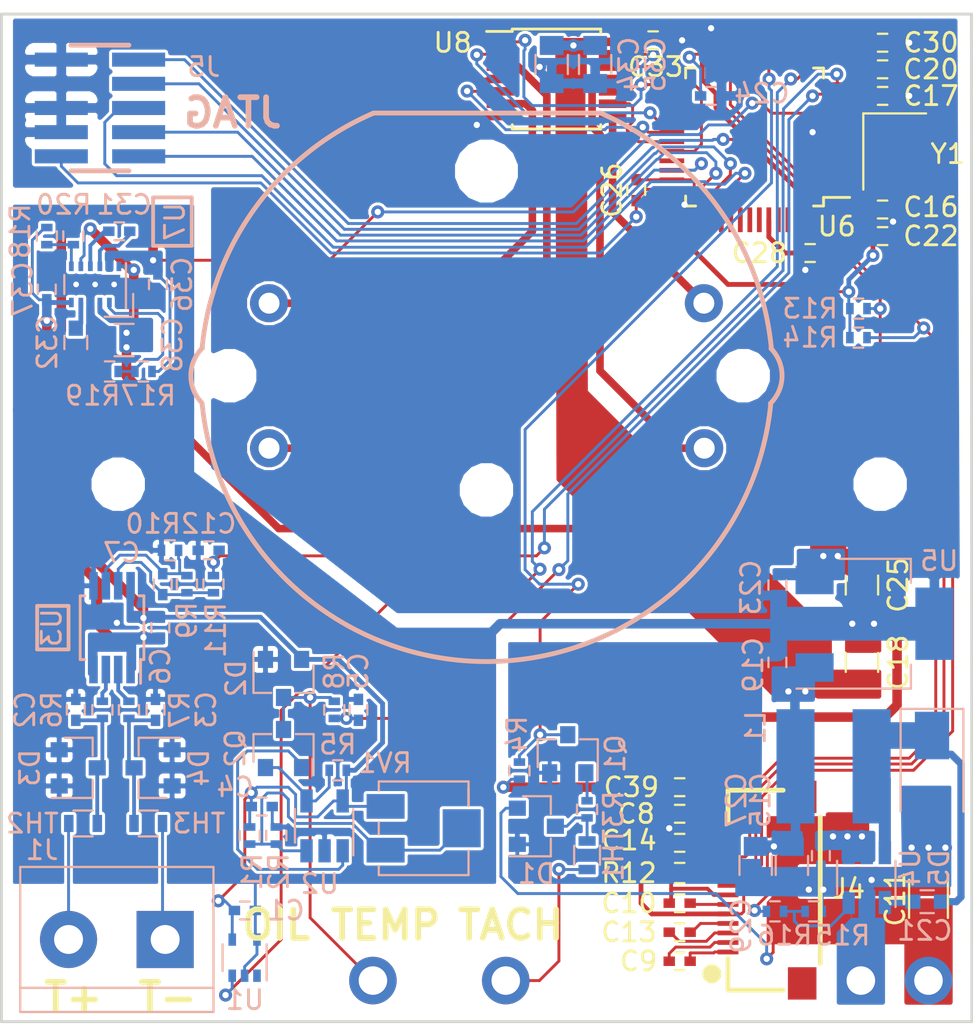
<source format=kicad_pcb>
(kicad_pcb (version 20171130) (host pcbnew 5.0.2-bee76a0~70~ubuntu18.10.1)
  (layers (0 F.Cu signal) (31 B.Cu signal) (34 B.Paste user) (35 F.Paste user) (36 B.SilkS user hide) (37 F.SilkS user) (38 B.Mask user hide) (39 F.Mask user hide) (44 Edge.Cuts user))
  (net 0 "")
  (net 1 "Net-(C9-Pad1)")
  (net 2 "Net-(C9-Pad2)")
  (net 3 "Net-(C13-Pad1)")
  (net 4 "Net-(C13-Pad2)")
  (net 5 "Net-(C10-Pad2)")
  (net 6 +3V3)
  (net 7 GND)
  (net 8 "Net-(C14-Pad1)")
  (net 9 /SCL)
  (net 10 /PG9616_RESET)
  (net 11 "Net-(J4-Pad12)")
  (net 12 "Net-(C8-Pad1)")
  (net 13 /SDA)
  (net 14 "Net-(U10-Pad1)")
  (net 15 "Net-(U10-Pad2)")
  (net 16 "Net-(U10-Pad3)")
  (net 17 "Net-(U10-Pad4)")
  (net 18 "Net-(C21-Pad1)")
  (net 19 +5V)
  (net 20 /JTMS)
  (net 21 /JTCK)
  (net 22 /JTDO)
  (net 23 /JNTRST)
  (net 24 /JTDI)
  (net 25 +12V)
  (net 26 "Net-(R15-Pad1)")
  (net 27 "Net-(C21-Pad2)")
  (net 28 /+3.3VA)
  (net 29 "Net-(Q2-Pad2)")
  (net 30 "Net-(R1-Pad2)")
  (net 31 "Net-(Q2-Pad1)")
  (net 32 /COLD_JUNC)
  (net 33 "Net-(U1-Pad1)")
  (net 34 "Net-(C3-Pad1)")
  (net 35 "Net-(C2-Pad1)")
  (net 36 /OIL_TEMP_IN)
  (net 37 "Net-(Q1-Pad1)")
  (net 38 /TACH)
  (net 39 "Net-(D1-Pad3)")
  (net 40 /THERMOCOUPLE_IN+)
  (net 41 /THERMOCOUPLE_IN-)
  (net 42 /TACH_IN)
  (net 43 "Net-(C7-Pad1)")
  (net 44 "Net-(C7-Pad2)")
  (net 45 /THERMOCOUPLE)
  (net 46 "Net-(R17-Pad2)")
  (net 47 /-3.3VA)
  (net 48 "Net-(R18-Pad1)")
  (net 49 /OIL_TEMP)
  (net 50 "Net-(R7-Pad1)")
  (net 51 "Net-(R6-Pad1)")
  (net 52 /STEPPER4)
  (net 53 /STEPPER3)
  (net 54 /STEPPER2)
  (net 55 /STEPPER1)
  (net 56 "Net-(C31-Pad1)")
  (net 57 "Net-(C31-Pad2)")
  (net 58 "Net-(C32-Pad1)")
  (net 59 "Net-(U6-Pad46)")
  (net 60 "Net-(U6-Pad45)")
  (net 61 /UART_RX)
  (net 62 /UART_TX)
  (net 63 "Net-(U6-Pad41)")
  (net 64 "Net-(U6-Pad33)")
  (net 65 "Net-(U6-Pad19)")
  (net 66 "Net-(U6-Pad18)")
  (net 67 "Net-(U6-Pad16)")
  (net 68 "Net-(U6-Pad15)")
  (net 69 "Net-(U6-Pad14)")
  (net 70 "Net-(U6-Pad10)")
  (net 71 /NRST)
  (net 72 "Net-(C17-Pad1)")
  (net 73 "Net-(C16-Pad1)")
  (net 74 "Net-(U6-Pad4)")
  (net 75 "Net-(U6-Pad3)")
  (net 76 "Net-(U6-Pad2)")
  (net 77 /STEPPER_EN)
  (net 78 "Net-(U6-Pad28)")
  (net 79 "Net-(U6-Pad27)")
  (net 80 "Net-(U6-Pad26)")
  (module Capacitors_SMD:C_0402 (layer F.Cu) (at 163.068 105.283)
    (fp_text reference C39 (at -2.54 0) (layer F.SilkS))
    (fp_text value 1.0/10)
    (pad 2 smd rect (at 0.55 0) (size 0.6 0.5) (layers F.Cu F.Paste F.Mask) (net 7 GND))
    (pad 1 smd rect (at -0.55 0) (size 0.6 0.5) (layers F.Cu F.Paste F.Mask) (net 6 +3V3))
  )
  (module footprints:mountinghole-1.5mm (layer F.Cu) (at 176.149 115.443)
    (fp_text reference J6 hide)
    (fp_text value Conn_01x01)
    (pad 1 thru_hole circle (at 0 0) (size 2.5 2.5) (drill 1.5) (layers *.Cu F.Mask) (net 25 +12V))
  )
  (module footprints:mountinghole-1.5mm (layer F.Cu) (at 172.593 115.443)
    (fp_text reference J7 hide)
    (fp_text value Conn_01x01)
    (pad 1 thru_hole circle (at 0 0) (size 2.5 2.5) (drill 1.5) (layers *.Cu F.Mask) (net 7 GND))
  )
  (module footprints:mountinghole-1.5mm (layer F.Cu) (at 146.939 115.443)
    (fp_text reference J3 hide)
    (fp_text value Conn_01x01)
    (pad 1 thru_hole circle (at 0 0) (size 2.5 2.5) (drill 1.5) (layers *.Cu F.Mask) (net 36 /OIL_TEMP_IN))
  )
  (module footprints:mountinghole-1.5mm (layer F.Cu) (at 153.924 115.443)
    (fp_text reference J2 hide)
    (fp_text value Conn_01x01)
    (pad 1 thru_hole circle (at 0 0) (size 2.5 2.5) (drill 1.5) (layers *.Cu F.Mask) (net 42 /TACH_IN))
  )
  (module Capacitors_SMD:C_0805 (layer B.Cu) (at 168.966907 109.394078 270)
    (fp_text reference C27 (at -3.429 2.921 270) (layer B.SilkS) (effects (justify mirror)))
    (fp_text value 22/10)
    (pad 2 smd rect (at 1 0 270) (size 1 1.25) (layers B.Cu B.Paste B.Mask) (net 7 GND))
    (pad 1 smd rect (at -1 0 270) (size 1 1.25) (layers B.Cu B.Paste B.Mask) (net 19 +5V))
  )
  (module footprints:WSON-12-1EP_3x2mm_Pitch0.5mm_ThermalVias (layer B.Cu) (at 132.334 78.867 90)
    (fp_text reference U7 (at 3.302 4.191 90) (layer B.SilkS) (effects (justify mirror)))
    (fp_text value LM27762)
    (pad 13 smd rect (at 0 0.685 90) (size 0.95 1.17) (layers B.Cu B.Paste B.Mask) (net 7 GND))
    (pad 13 smd rect (at 0 -0.685 90) (size 0.95 1.17) (layers B.Cu B.Paste B.Mask) (net 7 GND))
    (pad 13 smd rect (at 0 -0.88 90) (size 1 0.88) (layers B.Cu) (net 7 GND))
    (pad 13 smd rect (at 0 0 90) (size 1 0.89) (layers B.Cu) (net 7 GND))
    (pad 13 smd rect (at 0 0.88 90) (size 1 0.88) (layers B.Cu) (net 7 GND))
    (pad 13 smd rect (at 0 0 90) (size 1 0.89) (layers F.Cu) (net 7 GND))
    (pad 13 smd rect (at 0 -0.88 90) (size 1 0.88) (layers F.Cu) (net 7 GND))
    (pad 13 smd rect (at 0 0.88 90) (size 1 0.88) (layers F.Cu) (net 7 GND))
    (pad 13 thru_hole circle (at 0 -1 90) (size 0.6 0.6) (drill 0.3) (layers *.Cu B.Mask) (net 7 GND))
    (pad 13 thru_hole circle (at 0 1) (size 0.6 0.6) (drill 0.3) (layers *.Cu B.Mask) (net 7 GND))
    (pad 13 thru_hole circle (at 0 0 90) (size 0.6 0.6) (drill 0.3) (layers *.Cu B.Mask) (net 7 GND))
    (pad 12 smd rect (at 0.95 1.25 90) (size 0.5 0.25) (layers B.Cu B.Paste B.Mask) (net 19 +5V))
    (pad 11 smd rect (at 0.95 0.75 90) (size 0.5 0.25) (layers B.Cu B.Paste B.Mask) (net 28 /+3.3VA))
    (pad 10 smd rect (at 0.95 0.25 90) (size 0.5 0.25) (layers B.Cu B.Paste B.Mask) (net 56 "Net-(C31-Pad1)"))
    (pad 9 smd rect (at 0.95 -0.25 90) (size 0.5 0.25) (layers B.Cu B.Paste B.Mask) (net 57 "Net-(C31-Pad2)"))
    (pad 8 smd rect (at 0.95 -0.75 90) (size 0.5 0.25) (layers B.Cu B.Paste B.Mask) (net 19 +5V))
    (pad 7 smd rect (at 0.95 -1.25 90) (size 0.5 0.25) (layers B.Cu B.Paste B.Mask) (net 48 "Net-(R18-Pad1)"))
    (pad 6 smd rect (at -0.95 -1.25 90) (size 0.5 0.25) (layers B.Cu B.Paste B.Mask) (net 47 /-3.3VA))
    (pad 5 smd rect (at -0.95 -0.75 90) (size 0.5 0.25) (layers B.Cu B.Paste B.Mask) (net 58 "Net-(C32-Pad1)"))
    (pad 4 smd rect (at -0.95 -0.25 90) (size 0.5 0.25) (layers B.Cu B.Paste B.Mask) (net 7 GND))
    (pad 3 smd rect (at -0.95 0.25 90) (size 0.5 0.25) (layers B.Cu B.Paste B.Mask) (net 19 +5V))
    (pad 2 smd rect (at -0.95 0.75 90) (size 0.5 0.25) (layers B.Cu B.Paste B.Mask) (net 46 "Net-(R17-Pad2)"))
    (pad 1 smd rect (at -0.95 1.25 90) (size 0.5 0.25) (layers B.Cu B.Paste B.Mask) (net 7 GND))
  )
  (module Capacitors_SMD:C_0402 (layer B.Cu) (at 135.89 94.615 90)
    (fp_text reference C7 (at 1.651 -2.159 180) (layer B.SilkS) (effects (justify mirror)))
    (fp_text value 0.1/10)
    (pad 1 smd rect (at -0.55 0 90) (size 0.6 0.5) (layers B.Cu B.Paste B.Mask) (net 43 "Net-(C7-Pad1)"))
    (pad 2 smd rect (at 0.55 0 90) (size 0.6 0.5) (layers B.Cu B.Paste B.Mask) (net 44 "Net-(C7-Pad2)"))
  )
  (module Mounting_Holes:MountingHole_2.5mm (layer F.Cu) (at 173.607 89.362)
    (fp_text reference H2 hide)
    (fp_text value MountingHole)
    (pad 1 np_thru_hole circle (at 0 0) (size 2.5 2.5) (drill 2.5) (layers *.Cu *.Mask))
  )
  (module Mounting_Holes:MountingHole_2.5mm (layer F.Cu) (at 133.548 89.362)
    (fp_text reference H1 hide)
    (fp_text value MountingHole)
    (pad 1 np_thru_hole circle (at 0 0) (size 2.5 2.5) (drill 2.5) (layers *.Cu *.Mask))
  )
  (module Capacitors_SMD:C_0402 (layer F.Cu) (at 163.068 112.9016)
    (fp_text reference C13 (at -2.667 0) (layer F.SilkS))
    (fp_text value 1.0/10)
    (pad 1 smd rect (at -0.55 0) (size 0.6 0.5) (layers F.Cu F.Paste F.Mask) (net 3 "Net-(C13-Pad1)"))
    (pad 2 smd rect (at 0.55 0) (size 0.6 0.5) (layers F.Cu F.Paste F.Mask) (net 4 "Net-(C13-Pad2)"))
  )
  (module Capacitors_SMD:C_0402 (layer F.Cu) (at 163.068 108.2054 180)
    (fp_text reference C14 (at 2.667 0.127 180) (layer F.SilkS))
    (fp_text value 2.2/10)
    (pad 2 smd rect (at 0.55 0 180) (size 0.6 0.5) (layers F.Cu F.Paste F.Mask) (net 7 GND))
    (pad 1 smd rect (at -0.55 0 180) (size 0.6 0.5) (layers F.Cu F.Paste F.Mask) (net 8 "Net-(C14-Pad1)"))
  )
  (module Capacitors_SMD:C_0402 (layer F.Cu) (at 163.068 114.427 180)
    (fp_text reference C9 (at 2.159 0 180) (layer F.SilkS))
    (fp_text value 1.0/10)
    (pad 1 smd rect (at -0.55 0 180) (size 0.6 0.5) (layers F.Cu F.Paste F.Mask) (net 1 "Net-(C9-Pad1)"))
    (pad 2 smd rect (at 0.55 0 180) (size 0.6 0.5) (layers F.Cu F.Paste F.Mask) (net 2 "Net-(C9-Pad2)"))
  )
  (module Capacitors_SMD:C_0402 (layer F.Cu) (at 163.068 106.68 180)
    (fp_text reference C8 (at 2.286 0 180) (layer F.SilkS))
    (fp_text value 2.2/10)
    (pad 2 smd rect (at 0.55 0 180) (size 0.6 0.5) (layers F.Cu F.Paste F.Mask) (net 7 GND))
    (pad 1 smd rect (at -0.55 0 180) (size 0.6 0.5) (layers F.Cu F.Paste F.Mask) (net 12 "Net-(C8-Pad1)"))
  )
  (module Potentiometers:Potentiometer_Trimmer_Bourns_3224J (layer B.Cu) (at 149.606 107.442 180)
    (fp_text reference RV1 (at 2.032 3.429) (layer B.SilkS) (effects (justify mirror)))
    (fp_text value 100k)
    (pad 3 smd rect (at 2 -1.15 180) (size 2 1.3) (layers B.Cu B.Mask) (net 30 "Net-(R1-Pad2)"))
    (pad 2 smd rect (at -2 0 180) (size 2 2) (layers B.Cu B.Mask) (net 30 "Net-(R1-Pad2)"))
    (pad 1 smd rect (at 2 1.15 180) (size 2 1.3) (layers B.Cu B.Mask) (net 28 /+3.3VA))
  )
  (module TO_SOT_Packages_SMD:SOT-23 (layer B.Cu) (at 131.445 104.267)
    (fp_text reference D3 (at -2.54 0 -90) (layer B.SilkS) (effects (justify mirror)))
    (fp_text value BAS40-04)
    (pad 1 smd rect (at -1 0.95) (size 0.9 0.8) (layers B.Cu B.Paste B.Mask) (net 7 GND))
    (pad 2 smd rect (at -1 -0.95) (size 0.9 0.8) (layers B.Cu B.Paste B.Mask) (net 7 GND))
    (pad 3 smd rect (at 1 0) (size 0.9 0.8) (layers B.Cu B.Paste B.Mask) (net 35 "Net-(C2-Pad1)"))
  )
  (module Capacitors_SMD:C_0402 (layer B.Cu) (at 133.604 76.073 180)
    (fp_text reference C31 (at -0.254 1.397 180) (layer B.SilkS) (effects (justify mirror)))
    (fp_text value 1.0/10)
    (pad 2 smd rect (at 0.55 0 180) (size 0.6 0.5) (layers B.Cu B.Paste B.Mask) (net 57 "Net-(C31-Pad2)"))
    (pad 1 smd rect (at -0.55 0 180) (size 0.6 0.5) (layers B.Cu B.Paste B.Mask) (net 56 "Net-(C31-Pad1)"))
  )
  (module Capacitors_SMD:C_0402 (layer B.Cu) (at 135.636 78.867 270)
    (fp_text reference C36 (at 0 -1.27 270) (layer B.SilkS) (effects (justify mirror)))
    (fp_text value 10/10)
    (pad 1 smd rect (at -0.55 0 270) (size 0.6 0.5) (layers B.Cu B.Paste B.Mask) (net 28 /+3.3VA))
    (pad 2 smd rect (at 0.55 0 270) (size 0.6 0.5) (layers B.Cu B.Paste B.Mask) (net 7 GND))
  )
  (module Capacitors_SMD:C_0402 (layer B.Cu) (at 129.794 79.121 270)
    (fp_text reference C37 (at 0 1.27 270) (layer B.SilkS) (effects (justify mirror)))
    (fp_text value 10/10)
    (pad 2 smd rect (at 0.55 0 270) (size 0.6 0.5) (layers B.Cu B.Paste B.Mask) (net 47 /-3.3VA))
    (pad 1 smd rect (at -0.55 0 270) (size 0.6 0.5) (layers B.Cu B.Paste B.Mask) (net 7 GND))
  )
  (module Capacitors_SMD:C_0603 (layer B.Cu) (at 131.318 81.915 270)
    (fp_text reference C32 (at 0 1.5 270) (layer B.SilkS) (effects (justify mirror)))
    (fp_text value 4.7/10)
    (pad 1 smd rect (at -0.75 0 270) (size 0.8 0.75) (layers B.Cu B.Paste B.Mask) (net 58 "Net-(C32-Pad1)"))
    (pad 2 smd rect (at 0.75 0 270) (size 0.8 0.75) (layers B.Cu B.Paste B.Mask) (net 7 GND))
  )
  (module Capacitors_SMD:C_0805 (layer B.Cu) (at 133.858 81.788 180)
    (fp_text reference C38 (at -2.54 -0.254 -90) (layer B.SilkS) (effects (justify mirror)))
    (fp_text value 10/10)
    (pad 2 smd rect (at 1 0 180) (size 1 1.25) (layers B.Cu B.Paste B.Mask) (net 7 GND))
    (pad 1 smd rect (at -1 0 180) (size 1 1.25) (layers B.Cu B.Paste B.Mask) (net 19 +5V))
  )
  (module Diodes_SMD:D_SMA (layer B.Cu) (at 176.332907 104.568078 270)
    (fp_text reference D5 (at 4.953 -0.381 270) (layer B.SilkS) (effects (justify mirror)))
    (fp_text value B340A-13-F)
    (pad 2 smd rect (at 2 0 270) (size 2.5 1.8) (layers B.Cu B.Paste B.Mask) (net 7 GND))
    (pad 1 smd rect (at -2 0 270) (size 2.5 1.8) (layers B.Cu B.Paste B.Mask) (net 18 "Net-(C21-Pad1)"))
  )
  (module Capacitors_SMD:C_0402 (layer B.Cu) (at 138.303 92.837 180)
    (fp_text reference C12 (at 0 1.397 180) (layer B.SilkS) (effects (justify mirror)))
    (fp_text value 0.01/10)
    (pad 2 smd rect (at 0.55 0 180) (size 0.6 0.5) (layers B.Cu B.Paste B.Mask) (net 7 GND))
    (pad 1 smd rect (at -0.55 0 180) (size 0.6 0.5) (layers B.Cu B.Paste B.Mask) (net 45 /THERMOCOUPLE))
  )
  (module Capacitors_SMD:C_0402 (layer F.Cu) (at 163.068 111.3762)
    (fp_text reference C10 (at -2.667 0) (layer F.SilkS))
    (fp_text value 0.022/50)
    (pad 2 smd rect (at 0.55 0) (size 0.6 0.5) (layers F.Cu F.Paste F.Mask) (net 5 "Net-(C10-Pad2)"))
    (pad 1 smd rect (at -0.55 0) (size 0.6 0.5) (layers F.Cu F.Paste F.Mask) (net 7 GND))
  )
  (module Capacitors_SMD:C_0402 (layer B.Cu) (at 131.318 101.219 90)
    (fp_text reference C2 (at 0 -2.667 90) (layer B.SilkS) (effects (justify mirror)))
    (fp_text value 0.01/25)
    (pad 1 smd rect (at -0.55 0 90) (size 0.6 0.5) (layers B.Cu B.Paste B.Mask) (net 35 "Net-(C2-Pad1)"))
    (pad 2 smd rect (at 0.55 0 90) (size 0.6 0.5) (layers B.Cu B.Paste B.Mask) (net 7 GND))
  )
  (module Capacitors_SMD:C_0402 (layer B.Cu) (at 135.763 96.901 270)
    (fp_text reference C6 (at 2.032 0 270) (layer B.SilkS) (effects (justify mirror)))
    (fp_text value 0.1/16)
    (pad 2 smd rect (at 0.55 0 270) (size 0.6 0.5) (layers B.Cu B.Paste B.Mask) (net 47 /-3.3VA))
    (pad 1 smd rect (at -0.55 0 270) (size 0.6 0.5) (layers B.Cu B.Paste B.Mask) (net 28 /+3.3VA))
  )
  (module Capacitors_SMD:C_0402 (layer B.Cu) (at 146.177 101.219 90)
    (fp_text reference C5 (at 2.032 0 90) (layer B.SilkS) (effects (justify mirror)))
    (fp_text value 0.01/10)
    (pad 1 smd rect (at -0.55 0 90) (size 0.6 0.5) (layers B.Cu B.Paste B.Mask) (net 49 /OIL_TEMP))
    (pad 2 smd rect (at 0.55 0 90) (size 0.6 0.5) (layers B.Cu B.Paste B.Mask) (net 7 GND))
  )
  (module Capacitors_SMD:C_0402 (layer B.Cu) (at 141.097 106.299)
    (fp_text reference C4 (at -1.397 -1.016 -180) (layer B.SilkS) (effects (justify mirror)))
    (fp_text value 0.1/16)
    (pad 2 smd rect (at 0.55 0) (size 0.6 0.5) (layers B.Cu B.Paste B.Mask) (net 7 GND))
    (pad 1 smd rect (at -0.55 0) (size 0.6 0.5) (layers B.Cu B.Paste B.Mask) (net 28 /+3.3VA))
  )
  (module Capacitors_SMD:C_0402 (layer B.Cu) (at 135.509 101.219 90)
    (fp_text reference C3 (at 0 2.667 90) (layer B.SilkS) (effects (justify mirror)))
    (fp_text value 0.01u/25)
    (pad 1 smd rect (at -0.55 0 90) (size 0.6 0.5) (layers B.Cu B.Paste B.Mask) (net 34 "Net-(C3-Pad1)"))
    (pad 2 smd rect (at 0.55 0 90) (size 0.6 0.5) (layers B.Cu B.Paste B.Mask) (net 7 GND))
  )
  (module Capacitors_SMD:C_0402 (layer F.Cu) (at 173.736 74.93)
    (fp_text reference C16 (at 2.54 -0.127) (layer F.SilkS))
    (fp_text value 18p)
    (pad 2 smd rect (at 0.55 0) (size 0.6 0.5) (layers F.Cu F.Paste F.Mask) (net 7 GND))
    (pad 1 smd rect (at -0.55 0) (size 0.6 0.5) (layers F.Cu F.Paste F.Mask) (net 73 "Net-(C16-Pad1)"))
  )
  (module Capacitors_SMD:C_0402 (layer F.Cu) (at 173.736 68.961)
    (fp_text reference C17 (at 2.54 0) (layer F.SilkS))
    (fp_text value 18p)
    (pad 1 smd rect (at -0.55 0) (size 0.6 0.5) (layers F.Cu F.Paste F.Mask) (net 72 "Net-(C17-Pad1)"))
    (pad 2 smd rect (at 0.55 0) (size 0.6 0.5) (layers F.Cu F.Paste F.Mask) (net 7 GND))
  )
  (module Capacitors_SMD:C_0402 (layer B.Cu) (at 168.204907 98.726078 90)
    (fp_text reference C19 (at -0.127 -1.27 90) (layer B.SilkS) (effects (justify mirror)))
    (fp_text value 0.1/10)
    (pad 2 smd rect (at 0.55 0 90) (size 0.6 0.5) (layers B.Cu B.Paste B.Mask) (net 7 GND))
    (pad 1 smd rect (at -0.55 0 90) (size 0.6 0.5) (layers B.Cu B.Paste B.Mask) (net 19 +5V))
  )
  (module Capacitors_SMD:C_0402 (layer F.Cu) (at 173.736 67.564)
    (fp_text reference C20 (at 2.54 0) (layer F.SilkS))
    (fp_text value 0.1/10)
    (pad 1 smd rect (at -0.55 0) (size 0.6 0.5) (layers F.Cu F.Paste F.Mask) (net 71 /NRST))
    (pad 2 smd rect (at 0.55 0) (size 0.6 0.5) (layers F.Cu F.Paste F.Mask) (net 7 GND))
  )
  (module Capacitors_SMD:C_0402 (layer F.Cu) (at 173.736 76.327)
    (fp_text reference C22 (at 2.54 0) (layer F.SilkS))
    (fp_text value 0.1/10)
    (pad 2 smd rect (at 0.55 0) (size 0.6 0.5) (layers F.Cu F.Paste F.Mask) (net 7 GND))
    (pad 1 smd rect (at -0.55 0) (size 0.6 0.5) (layers F.Cu F.Paste F.Mask) (net 6 +3V3))
  )
  (module Capacitors_SMD:C_0402 (layer B.Cu) (at 168.204907 94.662078 270)
    (fp_text reference C23 (at 0.127 1.397 270) (layer B.SilkS) (effects (justify mirror)))
    (fp_text value 0.1/10)
    (pad 1 smd rect (at -0.55 0 270) (size 0.6 0.5) (layers B.Cu B.Paste B.Mask) (net 6 +3V3))
    (pad 2 smd rect (at 0.55 0 270) (size 0.6 0.5) (layers B.Cu B.Paste B.Mask) (net 7 GND))
  )
  (module Capacitors_SMD:C_0402 (layer B.Cu) (at 164.719 68.961)
    (fp_text reference C24 (at 2.667 -0.127) (layer B.SilkS) (effects (justify mirror)))
    (fp_text value 0.1/10)
    (pad 2 smd rect (at 0.55 0) (size 0.6 0.5) (layers B.Cu B.Paste B.Mask) (net 7 GND))
    (pad 1 smd rect (at -0.55 0) (size 0.6 0.5) (layers B.Cu B.Paste B.Mask) (net 6 +3V3))
  )
  (module Capacitors_SMD:C_0402 (layer F.Cu) (at 160.782 73.914 90)
    (fp_text reference C26 (at 0 -1.27 90) (layer F.SilkS))
    (fp_text value 0.1/10)
    (pad 1 smd rect (at -0.55 0 90) (size 0.6 0.5) (layers F.Cu F.Paste F.Mask) (net 6 +3V3))
    (pad 2 smd rect (at 0.55 0 90) (size 0.6 0.5) (layers F.Cu F.Paste F.Mask) (net 7 GND))
  )
  (module Capacitors_SMD:C_0402 (layer F.Cu) (at 169.926 77.216 180)
    (fp_text reference C28 (at 2.667 0 180) (layer F.SilkS))
    (fp_text value 0.1/10)
    (pad 2 smd rect (at 0.55 0 180) (size 0.6 0.5) (layers F.Cu F.Paste F.Mask) (net 7 GND))
    (pad 1 smd rect (at -0.55 0 180) (size 0.6 0.5) (layers F.Cu F.Paste F.Mask) (net 6 +3V3))
  )
  (module Capacitors_SMD:C_0402 (layer F.Cu) (at 173.736 66.167)
    (fp_text reference C30 (at 2.54 0) (layer F.SilkS))
    (fp_text value 0.1/10)
    (pad 1 smd rect (at -0.55 0) (size 0.6 0.5) (layers F.Cu F.Paste F.Mask) (net 28 /+3.3VA))
    (pad 2 smd rect (at 0.55 0) (size 0.6 0.5) (layers F.Cu F.Paste F.Mask) (net 7 GND))
  )
  (module Capacitors_SMD:C_0402 (layer F.Cu) (at 161.671 66.04)
    (fp_text reference C33 (at 0.127 1.397 -180) (layer F.SilkS))
    (fp_text value 0.1/25)
    (pad 2 smd rect (at 0.55 0) (size 0.6 0.5) (layers F.Cu F.Paste F.Mask) (net 7 GND))
    (pad 1 smd rect (at -0.55 0) (size 0.6 0.5) (layers F.Cu F.Paste F.Mask) (net 19 +5V))
  )
  (module Capacitors_SMD:C_0402 (layer B.Cu) (at 140.208 111.76)
    (fp_text reference C1 (at 2.159 0 180) (layer B.SilkS) (effects (justify mirror)))
    (fp_text value 0.1/16)
    (pad 1 smd rect (at -0.55 0) (size 0.6 0.5) (layers B.Cu B.Paste B.Mask) (net 28 /+3.3VA))
    (pad 2 smd rect (at 0.55 0) (size 0.6 0.5) (layers B.Cu B.Paste B.Mask) (net 7 GND))
  )
  (module Capacitors_SMD:C_0402 (layer B.Cu) (at 170.490907 108.886078 270)
    (fp_text reference C15 (at -2.921 3.175 270) (layer B.SilkS) (effects (justify mirror)))
    (fp_text value 0.1/50)
    (pad 2 smd rect (at 0.55 0 270) (size 0.6 0.5) (layers B.Cu B.Paste B.Mask) (net 7 GND))
    (pad 1 smd rect (at -0.55 0 270) (size 0.6 0.5) (layers B.Cu B.Paste B.Mask) (net 25 +12V))
  )
  (module Capacitors_SMD:C_0603 (layer B.Cu) (at 176.078907 111.299078 180)
    (fp_text reference C21 (at 0.127 -1.524) (layer B.SilkS) (effects (justify mirror)))
    (fp_text value 0.47/35)
    (pad 1 smd rect (at -0.75 0 180) (size 0.8 0.75) (layers B.Cu B.Paste B.Mask) (net 18 "Net-(C21-Pad1)"))
    (pad 2 smd rect (at 0.75 0 180) (size 0.8 0.75) (layers B.Cu B.Paste B.Mask) (net 27 "Net-(C21-Pad2)"))
  )
  (module Capacitors_SMD:C_0805 (layer B.Cu) (at 167.061907 109.394078 270)
    (fp_text reference C29 (at 3.175 0.762 270) (layer B.SilkS) (effects (justify mirror)))
    (fp_text value 22/10)
    (pad 1 smd rect (at -1 0 270) (size 1 1.25) (layers B.Cu B.Paste B.Mask) (net 19 +5V))
    (pad 2 smd rect (at 1 0 270) (size 1 1.25) (layers B.Cu B.Paste B.Mask) (net 7 GND))
  )
  (module Capacitors_SMD:C_0805 (layer F.Cu) (at 172.649907 94.662078 270)
    (fp_text reference C25 (at 0 -1.905 270) (layer F.SilkS))
    (fp_text value 10/10)
    (pad 2 smd rect (at 1 0 270) (size 1 1.25) (layers F.Cu F.Paste F.Mask) (net 7 GND))
    (pad 1 smd rect (at -1 0 270) (size 1 1.25) (layers F.Cu F.Paste F.Mask) (net 6 +3V3))
  )
  (module Capacitors_SMD:C_0805 (layer F.Cu) (at 172.649907 98.726078 90)
    (fp_text reference C18 (at 0 1.905 90) (layer F.SilkS))
    (fp_text value 10/10)
    (pad 2 smd rect (at 1 0 90) (size 1 1.25) (layers F.Cu F.Paste F.Mask) (net 7 GND))
    (pad 1 smd rect (at -1 0 90) (size 1 1.25) (layers F.Cu F.Paste F.Mask) (net 19 +5V))
  )
  (module Capacitors_SMD:C_0805 (layer B.Cu) (at 156.337 67.31 270)
    (fp_text reference C34 (at 0 -4.064 90) (layer B.SilkS) (effects (justify mirror)))
    (fp_text value 1.0/10)
    (pad 1 smd rect (at -1 0 270) (size 1 1.25) (layers B.Cu B.Paste B.Mask) (net 19 +5V))
    (pad 2 smd rect (at 1 0 270) (size 1 1.25) (layers B.Cu B.Paste B.Mask) (net 7 GND))
  )
  (module Capacitors_SMD:C_0805 (layer B.Cu) (at 158.623 67.31 270)
    (fp_text reference C35 (at 0 -3.175 270) (layer B.SilkS) (effects (justify mirror)))
    (fp_text value 10/10)
    (pad 2 smd rect (at 1 0 270) (size 1 1.25) (layers B.Cu B.Paste B.Mask) (net 7 GND))
    (pad 1 smd rect (at -1 0 270) (size 1 1.25) (layers B.Cu B.Paste B.Mask) (net 19 +5V))
  )
  (module Capacitors_SMD:C_1206 (layer F.Cu) (at 176.149 111.149 90)
    (fp_text reference C11 (at 0 -1.75 90) (layer F.SilkS))
    (fp_text value 10/50)
    (pad 2 smd rect (at 1.5 0 90) (size 1 1.6) (layers F.Cu F.Paste F.Mask) (net 7 GND))
    (pad 1 smd rect (at -1.5 0 90) (size 1 1.6) (layers F.Cu F.Paste F.Mask) (net 25 +12V))
  )
  (module Connectors_Terminal_Blocks:TerminalBlock_bornier-2_P5.08mm (layer B.Cu) (at 136.017 113.284 180)
    (fp_text reference J1 (at 6.477 4.699 180) (layer B.SilkS) (effects (justify mirror)))
    (fp_text value Screw_Terminal_01x02)
    (pad 2 thru_hole circle (at 5.08 0 180) (size 3 3) (drill 1.52) (layers *.Cu *.Mask) (net 40 /THERMOCOUPLE_IN+))
    (pad 1 thru_hole rect (at 0 0 180) (size 3 3) (drill 1.52) (layers *.Cu *.Mask) (net 41 /THERMOCOUPLE_IN-))
  )
  (module Crystals:Crystal_SMD_TXC_7M-4pin_3.2x2.5mm (layer F.Cu) (at 174.371 71.882 270)
    (fp_text reference Y1 (at 0.127 -2.794 180) (layer F.SilkS))
    (fp_text value 16MHz)
    (pad 4 smd rect (at -1.1 -0.85 270) (size 1.4 1.2) (layers F.Cu F.Paste F.Mask))
    (pad 3 smd rect (at 1.1 -0.85 270) (size 1.4 1.2) (layers F.Cu F.Paste F.Mask))
    (pad 2 smd rect (at 1.1 0.85 270) (size 1.4 1.2) (layers F.Cu F.Paste F.Mask) (net 73 "Net-(C16-Pad1)"))
    (pad 1 smd rect (at -1.1 0.85 270) (size 1.4 1.2) (layers F.Cu F.Paste F.Mask) (net 72 "Net-(C17-Pad1)"))
  )
  (module Housings_QFP:LQFP-48_7x7mm_Pitch0.5mm (layer F.Cu) (at 167.005 71.12 180)
    (fp_text reference U6 (at -4.318 -4.699 180) (layer F.SilkS))
    (fp_text value STM32F103CBTx)
    (pad 48 smd rect (at -2.75 -4.35 270) (size 1.3 0.25) (layers F.Cu F.Paste F.Mask) (net 6 +3V3))
    (pad 47 smd rect (at -2.25 -4.35 270) (size 1.3 0.25) (layers F.Cu F.Paste F.Mask) (net 7 GND))
    (pad 46 smd rect (at -1.75 -4.35 270) (size 1.3 0.25) (layers F.Cu F.Paste F.Mask) (net 59 "Net-(U6-Pad46)"))
    (pad 45 smd rect (at -1.25 -4.35 270) (size 1.3 0.25) (layers F.Cu F.Paste F.Mask) (net 60 "Net-(U6-Pad45)"))
    (pad 44 smd rect (at -0.75 -4.35 270) (size 1.3 0.25) (layers F.Cu F.Paste F.Mask) (net 7 GND))
    (pad 43 smd rect (at -0.25 -4.35 270) (size 1.3 0.25) (layers F.Cu F.Paste F.Mask) (net 61 /UART_RX))
    (pad 42 smd rect (at 0.25 -4.35 270) (size 1.3 0.25) (layers F.Cu F.Paste F.Mask) (net 62 /UART_TX))
    (pad 41 smd rect (at 0.75 -4.35 270) (size 1.3 0.25) (layers F.Cu F.Paste F.Mask) (net 63 "Net-(U6-Pad41)"))
    (pad 40 smd rect (at 1.25 -4.35 270) (size 1.3 0.25) (layers F.Cu F.Paste F.Mask) (net 23 /JNTRST))
    (pad 39 smd rect (at 1.75 -4.35 270) (size 1.3 0.25) (layers F.Cu F.Paste F.Mask) (net 22 /JTDO))
    (pad 38 smd rect (at 2.25 -4.35 270) (size 1.3 0.25) (layers F.Cu F.Paste F.Mask) (net 24 /JTDI))
    (pad 37 smd rect (at 2.75 -4.35 270) (size 1.3 0.25) (layers F.Cu F.Paste F.Mask) (net 21 /JTCK))
    (pad 36 smd rect (at 4.35 -2.75 180) (size 1.3 0.25) (layers F.Cu F.Paste F.Mask) (net 6 +3V3))
    (pad 35 smd rect (at 4.35 -2.25 180) (size 1.3 0.25) (layers F.Cu F.Paste F.Mask) (net 7 GND))
    (pad 34 smd rect (at 4.35 -1.75 180) (size 1.3 0.25) (layers F.Cu F.Paste F.Mask) (net 20 /JTMS))
    (pad 33 smd rect (at 4.35 -1.25 180) (size 1.3 0.25) (layers F.Cu F.Paste F.Mask) (net 64 "Net-(U6-Pad33)"))
    (pad 32 smd rect (at 4.35 -0.75 180) (size 1.3 0.25) (layers F.Cu F.Paste F.Mask) (net 55 /STEPPER1))
    (pad 31 smd rect (at 4.35 -0.25 180) (size 1.3 0.25) (layers F.Cu F.Paste F.Mask) (net 54 /STEPPER2))
    (pad 30 smd rect (at 4.35 0.25 180) (size 1.3 0.25) (layers F.Cu F.Paste F.Mask) (net 53 /STEPPER3))
    (pad 29 smd rect (at 4.35 0.75 180) (size 1.3 0.25) (layers F.Cu F.Paste F.Mask) (net 52 /STEPPER4))
    (pad 28 smd rect (at 4.35 1.25 180) (size 1.3 0.25) (layers F.Cu F.Paste F.Mask) (net 78 "Net-(U6-Pad28)"))
    (pad 27 smd rect (at 4.35 1.75 180) (size 1.3 0.25) (layers F.Cu F.Paste F.Mask) (net 79 "Net-(U6-Pad27)"))
    (pad 26 smd rect (at 4.35 2.25 180) (size 1.3 0.25) (layers F.Cu F.Paste F.Mask) (net 80 "Net-(U6-Pad26)"))
    (pad 25 smd rect (at 4.35 2.75 180) (size 1.3 0.25) (layers F.Cu F.Paste F.Mask) (net 77 /STEPPER_EN))
    (pad 24 smd rect (at 2.75 4.35 270) (size 1.3 0.25) (layers F.Cu F.Paste F.Mask) (net 6 +3V3))
    (pad 23 smd rect (at 2.25 4.35 270) (size 1.3 0.25) (layers F.Cu F.Paste F.Mask) (net 7 GND))
    (pad 22 smd rect (at 1.75 4.35 270) (size 1.3 0.25) (layers F.Cu F.Paste F.Mask) (net 13 /SDA))
    (pad 21 smd rect (at 1.25 4.35 270) (size 1.3 0.25) (layers F.Cu F.Paste F.Mask) (net 9 /SCL))
    (pad 20 smd rect (at 0.75 4.35 270) (size 1.3 0.25) (layers F.Cu F.Paste F.Mask) (net 10 /PG9616_RESET))
    (pad 19 smd rect (at 0.25 4.35 270) (size 1.3 0.25) (layers F.Cu F.Paste F.Mask) (net 65 "Net-(U6-Pad19)"))
    (pad 18 smd rect (at -0.25 4.35 270) (size 1.3 0.25) (layers F.Cu F.Paste F.Mask) (net 66 "Net-(U6-Pad18)"))
    (pad 17 smd rect (at -0.75 4.35 270) (size 1.3 0.25) (layers F.Cu F.Paste F.Mask) (net 38 /TACH))
    (pad 16 smd rect (at -1.25 4.35 270) (size 1.3 0.25) (layers F.Cu F.Paste F.Mask) (net 67 "Net-(U6-Pad16)"))
    (pad 15 smd rect (at -1.75 4.35 270) (size 1.3 0.25) (layers F.Cu F.Paste F.Mask) (net 68 "Net-(U6-Pad15)"))
    (pad 14 smd rect (at -2.25 4.35 270) (size 1.3 0.25) (layers F.Cu F.Paste F.Mask) (net 69 "Net-(U6-Pad14)"))
    (pad 13 smd rect (at -2.75 4.35 270) (size 1.3 0.25) (layers F.Cu F.Paste F.Mask) (net 32 /COLD_JUNC))
    (pad 12 smd rect (at -4.35 2.75 180) (size 1.3 0.25) (layers F.Cu F.Paste F.Mask) (net 45 /THERMOCOUPLE))
    (pad 11 smd rect (at -4.35 2.25 180) (size 1.3 0.25) (layers F.Cu F.Paste F.Mask) (net 49 /OIL_TEMP))
    (pad 10 smd rect (at -4.35 1.75 180) (size 1.3 0.25) (layers F.Cu F.Paste F.Mask) (net 70 "Net-(U6-Pad10)"))
    (pad 9 smd rect (at -4.35 1.25 180) (size 1.3 0.25) (layers F.Cu F.Paste F.Mask) (net 28 /+3.3VA))
    (pad 8 smd rect (at -4.35 0.75 180) (size 1.3 0.25) (layers F.Cu F.Paste F.Mask) (net 7 GND))
    (pad 7 smd rect (at -4.35 0.25 180) (size 1.3 0.25) (layers F.Cu F.Paste F.Mask) (net 71 /NRST))
    (pad 6 smd rect (at -4.35 -0.25 180) (size 1.3 0.25) (layers F.Cu F.Paste F.Mask) (net 72 "Net-(C17-Pad1)"))
    (pad 5 smd rect (at -4.35 -0.75 180) (size 1.3 0.25) (layers F.Cu F.Paste F.Mask) (net 73 "Net-(C16-Pad1)"))
    (pad 4 smd rect (at -4.35 -1.25 180) (size 1.3 0.25) (layers F.Cu F.Paste F.Mask) (net 74 "Net-(U6-Pad4)"))
    (pad 3 smd rect (at -4.35 -1.75 180) (size 1.3 0.25) (layers F.Cu F.Paste F.Mask) (net 75 "Net-(U6-Pad3)"))
    (pad 2 smd rect (at -4.35 -2.25 180) (size 1.3 0.25) (layers F.Cu F.Paste F.Mask) (net 76 "Net-(U6-Pad2)"))
    (pad 1 smd rect (at -4.35 -2.75 180) (size 1.3 0.25) (layers F.Cu F.Paste F.Mask) (net 6 +3V3))
  )
  (module Housings_SSOP:MSOP-8_3x3mm_Pitch0.65mm (layer B.Cu) (at 133.223 96.901 90)
    (fp_text reference U3 (at 0 -3.175 90) (layer B.SilkS) (effects (justify mirror)))
    (fp_text value LTC2053)
    (pad 8 smd rect (at 2.2 0.975 90) (size 1.45 0.45) (layers B.Cu B.Paste B.Mask) (net 28 /+3.3VA))
    (pad 7 smd rect (at 2.2 0.325 90) (size 1.45 0.45) (layers B.Cu B.Paste B.Mask) (net 43 "Net-(C7-Pad1)"))
    (pad 6 smd rect (at 2.2 -0.325 90) (size 1.45 0.45) (layers B.Cu B.Paste B.Mask) (net 44 "Net-(C7-Pad2)"))
    (pad 5 smd rect (at 2.2 -0.975 90) (size 1.45 0.45) (layers B.Cu B.Paste B.Mask) (net 7 GND))
    (pad 4 smd rect (at -2.2 -0.975 90) (size 1.45 0.45) (layers B.Cu B.Paste B.Mask) (net 47 /-3.3VA))
    (pad 3 smd rect (at -2.2 -0.325 90) (size 1.45 0.45) (layers B.Cu B.Paste B.Mask) (net 51 "Net-(R6-Pad1)"))
    (pad 2 smd rect (at -2.2 0.325 90) (size 1.45 0.45) (layers B.Cu B.Paste B.Mask) (net 50 "Net-(R7-Pad1)"))
    (pad 1 smd rect (at -2.2 0.975 90) (size 1.45 0.45) (layers B.Cu B.Paste B.Mask) (net 47 /-3.3VA))
  )
  (module Housings_SSOP:TSSOP-14_4.4x5mm_Pitch0.65mm (layer F.Cu) (at 156.591 68.072)
    (fp_text reference U8 (at -5.461 -1.905) (layer F.SilkS))
    (fp_text value 74ABT126)
    (pad 14 smd rect (at 2.95 -1.95) (size 1.45 0.45) (layers F.Cu F.Paste F.Mask) (net 19 +5V))
    (pad 13 smd rect (at 2.95 -1.3) (size 1.45 0.45) (layers F.Cu F.Paste F.Mask) (net 77 /STEPPER_EN))
    (pad 12 smd rect (at 2.95 -0.65) (size 1.45 0.45) (layers F.Cu F.Paste F.Mask) (net 55 /STEPPER1))
    (pad 11 smd rect (at 2.95 0) (size 1.45 0.45) (layers F.Cu F.Paste F.Mask) (net 14 "Net-(U10-Pad1)"))
    (pad 10 smd rect (at 2.95 0.65) (size 1.45 0.45) (layers F.Cu F.Paste F.Mask) (net 77 /STEPPER_EN))
    (pad 9 smd rect (at 2.95 1.3) (size 1.45 0.45) (layers F.Cu F.Paste F.Mask) (net 54 /STEPPER2))
    (pad 8 smd rect (at 2.95 1.95) (size 1.45 0.45) (layers F.Cu F.Paste F.Mask) (net 15 "Net-(U10-Pad2)"))
    (pad 7 smd rect (at -2.95 1.95) (size 1.45 0.45) (layers F.Cu F.Paste F.Mask) (net 7 GND))
    (pad 6 smd rect (at -2.95 1.3) (size 1.45 0.45) (layers F.Cu F.Paste F.Mask) (net 16 "Net-(U10-Pad3)"))
    (pad 5 smd rect (at -2.95 0.65) (size 1.45 0.45) (layers F.Cu F.Paste F.Mask) (net 53 /STEPPER3))
    (pad 4 smd rect (at -2.95 0) (size 1.45 0.45) (layers F.Cu F.Paste F.Mask) (net 77 /STEPPER_EN))
    (pad 3 smd rect (at -2.95 -0.65) (size 1.45 0.45) (layers F.Cu F.Paste F.Mask) (net 17 "Net-(U10-Pad4)"))
    (pad 2 smd rect (at -2.95 -1.3) (size 1.45 0.45) (layers F.Cu F.Paste F.Mask) (net 52 /STEPPER4))
    (pad 1 smd rect (at -2.95 -1.95) (size 1.45 0.45) (layers F.Cu F.Paste F.Mask) (net 77 /STEPPER_EN))
  )
  (module Resistors_SMD:R_0402 (layer B.Cu) (at 172.466 80.137)
    (fp_text reference R13 (at -2.54 0) (layer B.SilkS) (effects (justify mirror)))
    (fp_text value 4.7k)
    (pad 2 smd rect (at 0.45 0) (size 0.4 0.6) (layers B.Cu B.Paste B.Mask) (net 13 /SDA))
    (pad 1 smd rect (at -0.45 0) (size 0.4 0.6) (layers B.Cu B.Paste B.Mask) (net 6 +3V3))
  )
  (module Resistors_SMD:R_0402 (layer B.Cu) (at 140.462 107.823 270)
    (fp_text reference R1 (at 1.905 -0.127 270) (layer B.SilkS) (effects (justify mirror)))
    (fp_text value 22k)
    (pad 1 smd rect (at -0.45 0 270) (size 0.4 0.6) (layers B.Cu B.Paste B.Mask) (net 28 /+3.3VA))
    (pad 2 smd rect (at 0.45 0 270) (size 0.4 0.6) (layers B.Cu B.Paste B.Mask) (net 30 "Net-(R1-Pad2)"))
  )
  (module Resistors_SMD:R_0402 (layer B.Cu) (at 141.859 107.823 90)
    (fp_text reference R2 (at -1.905 0.127 90) (layer B.SilkS) (effects (justify mirror)))
    (fp_text value 100k)
    (pad 2 smd rect (at 0.45 0 90) (size 0.4 0.6) (layers B.Cu B.Paste B.Mask) (net 7 GND))
    (pad 1 smd rect (at -0.45 0 90) (size 0.4 0.6) (layers B.Cu B.Paste B.Mask) (net 30 "Net-(R1-Pad2)"))
  )
  (module Resistors_SMD:R_0402 (layer B.Cu) (at 158.198422 106.44618 270)
    (fp_text reference R3 (at 0 -1.397 270) (layer B.SilkS) (effects (justify mirror)))
    (fp_text value 10k)
    (pad 1 smd rect (at -0.45 0 270) (size 0.4 0.6) (layers B.Cu B.Paste B.Mask) (net 37 "Net-(Q1-Pad1)"))
    (pad 2 smd rect (at 0.45 0 270) (size 0.4 0.6) (layers B.Cu B.Paste B.Mask) (net 39 "Net-(D1-Pad3)"))
  )
  (module Resistors_SMD:R_0402 (layer B.Cu) (at 154.642422 104.41418 90)
    (fp_text reference R4 (at 1.905 -0.127 90) (layer B.SilkS) (effects (justify mirror)))
    (fp_text value 10k)
    (pad 2 smd rect (at 0.45 0 90) (size 0.4 0.6) (layers B.Cu B.Paste B.Mask) (net 38 /TACH))
    (pad 1 smd rect (at -0.45 0 90) (size 0.4 0.6) (layers B.Cu B.Paste B.Mask) (net 6 +3V3))
  )
  (module Resistors_SMD:R_0402 (layer B.Cu) (at 132.715 101.219 270)
    (fp_text reference R6 (at 0 2.667 270) (layer B.SilkS) (effects (justify mirror)))
    (fp_text value 10k)
    (pad 1 smd rect (at -0.45 0 270) (size 0.4 0.6) (layers B.Cu B.Paste B.Mask) (net 51 "Net-(R6-Pad1)"))
    (pad 2 smd rect (at 0.45 0 270) (size 0.4 0.6) (layers B.Cu B.Paste B.Mask) (net 35 "Net-(C2-Pad1)"))
  )
  (module Resistors_SMD:R_0402 (layer B.Cu) (at 134.112 101.219 270)
    (fp_text reference R7 (at 0 -2.667 270) (layer B.SilkS) (effects (justify mirror)))
    (fp_text value 10k)
    (pad 2 smd rect (at 0.45 0 270) (size 0.4 0.6) (layers B.Cu B.Paste B.Mask) (net 34 "Net-(C3-Pad1)"))
    (pad 1 smd rect (at -0.45 0 270) (size 0.4 0.6) (layers B.Cu B.Paste B.Mask) (net 50 "Net-(R7-Pad1)"))
  )
  (module Resistors_SMD:R_0402 (layer B.Cu) (at 144.907 101.219 90)
    (fp_text reference R8 (at 2.032 0 90) (layer B.SilkS) (effects (justify mirror)))
    (fp_text value 10k)
    (pad 1 smd rect (at -0.45 0 90) (size 0.4 0.6) (layers B.Cu B.Paste B.Mask) (net 49 /OIL_TEMP))
    (pad 2 smd rect (at 0.45 0 90) (size 0.4 0.6) (layers B.Cu B.Paste B.Mask) (net 36 /OIL_TEMP_IN))
  )
  (module Resistors_SMD:R_0402 (layer B.Cu) (at 136.271 92.837 180)
    (fp_text reference R10 (at 0.889 1.397 180) (layer B.SilkS) (effects (justify mirror)))
    (fp_text value 1k)
    (pad 2 smd rect (at 0.45 0 180) (size 0.4 0.6) (layers B.Cu B.Paste B.Mask) (net 7 GND))
    (pad 1 smd rect (at -0.45 0 180) (size 0.4 0.6) (layers B.Cu B.Paste B.Mask) (net 44 "Net-(C7-Pad2)"))
  )
  (module Resistors_SMD:R_0402 (layer B.Cu) (at 131.191 76.327 270)
    (fp_text reference R20 (at -1.651 0.508 180) (layer B.SilkS) (effects (justify mirror)))
    (fp_text value 73.2k)
    (pad 2 smd rect (at 0.45 0 270) (size 0.4 0.6) (layers B.Cu B.Paste B.Mask) (net 48 "Net-(R18-Pad1)"))
    (pad 1 smd rect (at -0.45 0 270) (size 0.4 0.6) (layers B.Cu B.Paste B.Mask) (net 7 GND))
  )
  (module Resistors_SMD:R_0402 (layer B.Cu) (at 133.096 83.439)
    (fp_text reference R19 (at -0.889 1.27 -180) (layer B.SilkS) (effects (justify mirror)))
    (fp_text value 73.2k)
    (pad 1 smd rect (at -0.45 0) (size 0.4 0.6) (layers B.Cu B.Paste B.Mask) (net 7 GND))
    (pad 2 smd rect (at 0.45 0) (size 0.4 0.6) (layers B.Cu B.Paste B.Mask) (net 46 "Net-(R17-Pad2)"))
  )
  (module Resistors_SMD:R_0402 (layer B.Cu) (at 129.794 76.327 90)
    (fp_text reference R18 (at 0.254 -1.397 -90) (layer B.SilkS) (effects (justify mirror)))
    (fp_text value 124k)
    (pad 2 smd rect (at 0.45 0 90) (size 0.4 0.6) (layers B.Cu B.Paste B.Mask) (net 47 /-3.3VA))
    (pad 1 smd rect (at -0.45 0 90) (size 0.4 0.6) (layers B.Cu B.Paste B.Mask) (net 48 "Net-(R18-Pad1)"))
  )
  (module Resistors_SMD:R_0402 (layer B.Cu) (at 134.874 83.439 180)
    (fp_text reference R17 (at -0.254 -1.27) (layer B.SilkS) (effects (justify mirror)))
    (fp_text value 127k)
    (pad 1 smd rect (at -0.45 0 180) (size 0.4 0.6) (layers B.Cu B.Paste B.Mask) (net 28 /+3.3VA))
    (pad 2 smd rect (at 0.45 0 180) (size 0.4 0.6) (layers B.Cu B.Paste B.Mask) (net 46 "Net-(R17-Pad2)"))
  )
  (module Resistors_SMD:R_0402 (layer B.Cu) (at 168.077907 111.807078)
    (fp_text reference R16 (at 0.508 1.27) (layer B.SilkS) (effects (justify mirror)))
    (fp_text value 8.45k)
    (pad 2 smd rect (at 0.45 0) (size 0.4 0.6) (layers B.Cu B.Paste B.Mask) (net 26 "Net-(R15-Pad1)"))
    (pad 1 smd rect (at -0.45 0) (size 0.4 0.6) (layers B.Cu B.Paste B.Mask) (net 19 +5V))
  )
  (module Resistors_SMD:R_0402 (layer B.Cu) (at 170.109907 111.807078)
    (fp_text reference R15 (at 1.524 1.27) (layer B.SilkS) (effects (justify mirror)))
    (fp_text value 1.54k)
    (pad 1 smd rect (at -0.45 0) (size 0.4 0.6) (layers B.Cu B.Paste B.Mask) (net 26 "Net-(R15-Pad1)"))
    (pad 2 smd rect (at 0.45 0) (size 0.4 0.6) (layers B.Cu B.Paste B.Mask) (net 7 GND))
  )
  (module Resistors_SMD:R_0402 (layer B.Cu) (at 172.466 81.661)
    (fp_text reference R14 (at -2.54 0) (layer B.SilkS) (effects (justify mirror)))
    (fp_text value 4.7k)
    (pad 2 smd rect (at 0.45 0) (size 0.4 0.6) (layers B.Cu B.Paste B.Mask) (net 9 /SCL))
    (pad 1 smd rect (at -0.45 0) (size 0.4 0.6) (layers B.Cu B.Paste B.Mask) (net 6 +3V3))
  )
  (module Resistors_SMD:R_0402 (layer F.Cu) (at 163.068 109.7908)
    (fp_text reference R12 (at -2.667 0) (layer F.SilkS))
    (fp_text value 634k)
    (pad 1 smd rect (at -0.45 0) (size 0.4 0.6) (layers F.Cu F.Paste F.Mask) (net 7 GND))
    (pad 2 smd rect (at 0.45 0) (size 0.4 0.6) (layers F.Cu F.Paste F.Mask) (net 11 "Net-(J4-Pad12)"))
  )
  (module Resistors_SMD:R_0402 (layer B.Cu) (at 138.557 94.615 270)
    (fp_text reference R11 (at 2.413 -0.127 270) (layer B.SilkS) (effects (justify mirror)))
    (fp_text value 10k)
    (pad 2 smd rect (at 0.45 0 270) (size 0.4 0.6) (layers B.Cu B.Paste B.Mask) (net 43 "Net-(C7-Pad1)"))
    (pad 1 smd rect (at -0.45 0 270) (size 0.4 0.6) (layers B.Cu B.Paste B.Mask) (net 45 /THERMOCOUPLE))
  )
  (module Resistors_SMD:R_0402 (layer B.Cu) (at 137.16 94.615 90)
    (fp_text reference R9 (at -1.905 0 90) (layer B.SilkS) (effects (justify mirror)))
    (fp_text value 151k)
    (pad 1 smd rect (at -0.45 0 90) (size 0.4 0.6) (layers B.Cu B.Paste B.Mask) (net 43 "Net-(C7-Pad1)"))
    (pad 2 smd rect (at 0.45 0 90) (size 0.4 0.6) (layers B.Cu B.Paste B.Mask) (net 44 "Net-(C7-Pad2)"))
  )
  (module Resistors_SMD:R_0402 (layer B.Cu) (at 145.092 104.394 180)
    (fp_text reference R5 (at 0 1.35 180) (layer B.SilkS) (effects (justify mirror)))
    (fp_text value 100)
    (pad 2 smd rect (at 0.45 0 180) (size 0.4 0.6) (layers B.Cu B.Paste B.Mask) (net 29 "Net-(Q2-Pad2)"))
    (pad 1 smd rect (at -0.45 0 180) (size 0.4 0.6) (layers B.Cu B.Paste B.Mask) (net 28 /+3.3VA))
  )
  (module Resistors_SMD:R_0603 (layer B.Cu) (at 158.198422 108.85918 270)
    (fp_text reference TH1 (at 0 -1.397 270) (layer B.SilkS) (effects (justify mirror)))
    (fp_text value Thermistor_PTC)
    (pad 2 smd rect (at 0.75 0 270) (size 0.5 0.9) (layers B.Cu B.Paste B.Mask) (net 42 /TACH_IN))
    (pad 1 smd rect (at -0.75 0 270) (size 0.5 0.9) (layers B.Cu B.Paste B.Mask) (net 39 "Net-(D1-Pad3)"))
  )
  (module Resistors_SMD:R_0603 (layer B.Cu) (at 135.128 107.188)
    (fp_text reference TH3 (at 2.667 0) (layer B.SilkS) (effects (justify mirror)))
    (fp_text value Thermistor_PTC)
    (pad 1 smd rect (at -0.75 0) (size 0.5 0.9) (layers B.Cu B.Paste B.Mask) (net 34 "Net-(C3-Pad1)"))
    (pad 2 smd rect (at 0.75 0) (size 0.5 0.9) (layers B.Cu B.Paste B.Mask) (net 41 /THERMOCOUPLE_IN-))
  )
  (module Resistors_SMD:R_0603 (layer B.Cu) (at 131.699 107.188 180)
    (fp_text reference TH2 (at 2.667 0 180) (layer B.SilkS) (effects (justify mirror)))
    (fp_text value Thermistor_PTC)
    (pad 2 smd rect (at 0.75 0 180) (size 0.5 0.9) (layers B.Cu B.Paste B.Mask) (net 40 /THERMOCOUPLE_IN+))
    (pad 1 smd rect (at -0.75 0 180) (size 0.5 0.9) (layers B.Cu B.Paste B.Mask) (net 35 "Net-(C2-Pad1)"))
  )
  (module TO_SOT_Packages_SMD:SOT-223-3_TabPin2 (layer B.Cu) (at 173.309907 96.694078)
    (fp_text reference U5 (at 3.404 -3.302) (layer B.SilkS) (effects (justify mirror)))
    (fp_text value LM2937xMP-3.3)
    (pad 1 smd rect (at -3.15 2.3) (size 2 1.5) (layers B.Cu B.Paste B.Mask) (net 19 +5V))
    (pad 3 smd rect (at -3.15 -2.3) (size 2 1.5) (layers B.Cu B.Paste B.Mask) (net 6 +3V3))
    (pad 2 smd rect (at -3.15 0) (size 2 1.5) (layers B.Cu B.Paste B.Mask) (net 7 GND))
    (pad 2 smd rect (at 3.15 0) (size 2 3.8) (layers B.Cu B.Paste B.Mask) (net 7 GND))
  )
  (module TO_SOT_Packages_SMD:SOT-23 (layer B.Cu) (at 142.24 99.568 270)
    (fp_text reference D2 (at 0 2.5 270) (layer B.SilkS) (effects (justify mirror)))
    (fp_text value BAS40-04)
    (pad 1 smd rect (at -1 0.95 270) (size 0.9 0.8) (layers B.Cu B.Paste B.Mask) (net 7 GND))
    (pad 2 smd rect (at -1 -0.95 270) (size 0.9 0.8) (layers B.Cu B.Paste B.Mask) (net 28 /+3.3VA))
    (pad 3 smd rect (at 1 0 270) (size 0.9 0.8) (layers B.Cu B.Paste B.Mask) (net 36 /OIL_TEMP_IN))
  )
  (module TO_SOT_Packages_SMD:SOT-23 (layer B.Cu) (at 155.531422 107.33518)
    (fp_text reference D1 (at 0 2.5) (layer B.SilkS) (effects (justify mirror)))
    (fp_text value BAS40-04)
    (pad 3 smd rect (at 1 0) (size 0.9 0.8) (layers B.Cu B.Paste B.Mask) (net 39 "Net-(D1-Pad3)"))
    (pad 2 smd rect (at -1 -0.95) (size 0.9 0.8) (layers B.Cu B.Paste B.Mask) (net 25 +12V))
    (pad 1 smd rect (at -1 0.95) (size 0.9 0.8) (layers B.Cu B.Paste B.Mask) (net 7 GND))
  )
  (module TO_SOT_Packages_SMD:SOT-23 (layer B.Cu) (at 157.182422 103.52518 90)
    (fp_text reference Q1 (at 0 2.5 90) (layer B.SilkS) (effects (justify mirror)))
    (fp_text value MMBT3904-7-F)
    (pad 1 smd rect (at -1 0.95 90) (size 0.9 0.8) (layers B.Cu B.Paste B.Mask) (net 37 "Net-(Q1-Pad1)"))
    (pad 2 smd rect (at -1 -0.95 90) (size 0.9 0.8) (layers B.Cu B.Paste B.Mask) (net 7 GND))
    (pad 3 smd rect (at 1 0 90) (size 0.9 0.8) (layers B.Cu B.Paste B.Mask) (net 38 /TACH))
  )
  (module TO_SOT_Packages_SMD:SOT-23 (layer B.Cu) (at 142.24 103.251 90)
    (fp_text reference Q2 (at 0 -2.54 -90) (layer B.SilkS) (effects (justify mirror)))
    (fp_text value MMBT3906-7-F)
    (pad 3 smd rect (at 1 0 90) (size 0.9 0.8) (layers B.Cu B.Paste B.Mask) (net 36 /OIL_TEMP_IN))
    (pad 2 smd rect (at -1 -0.95 90) (size 0.9 0.8) (layers B.Cu B.Paste B.Mask) (net 29 "Net-(Q2-Pad2)"))
    (pad 1 smd rect (at -1 0.95 90) (size 0.9 0.8) (layers B.Cu B.Paste B.Mask) (net 31 "Net-(Q2-Pad1)"))
  )
  (module TO_SOT_Packages_SMD:SOT-23 (layer B.Cu) (at 135.382 104.267 180)
    (fp_text reference D4 (at -2.413 0 90) (layer B.SilkS) (effects (justify mirror)))
    (fp_text value BAS40-04)
    (pad 3 smd rect (at 1 0 180) (size 0.9 0.8) (layers B.Cu B.Paste B.Mask) (net 34 "Net-(C3-Pad1)"))
    (pad 2 smd rect (at -1 -0.95 180) (size 0.9 0.8) (layers B.Cu B.Paste B.Mask) (net 7 GND))
    (pad 1 smd rect (at -1 0.95 180) (size 0.9 0.8) (layers B.Cu B.Paste B.Mask) (net 7 GND))
  )
  (module TO_SOT_Packages_SMD:SOT-353_SC-70-5 (layer B.Cu) (at 140.193 114.239 90)
    (fp_text reference U1 (at -2.22 0.015 180) (layer B.SilkS) (effects (justify mirror)))
    (fp_text value TMP20AIDCK)
    (pad 5 smd rect (at 0.95 0.65 90) (size 0.65 0.4) (layers B.Cu B.Paste B.Mask) (net 7 GND))
    (pad 4 smd rect (at 0.95 -0.65 90) (size 0.65 0.4) (layers B.Cu B.Paste B.Mask) (net 28 /+3.3VA))
    (pad 2 smd rect (at -0.95 0 90) (size 0.65 0.4) (layers B.Cu B.Paste B.Mask) (net 7 GND))
    (pad 3 smd rect (at -0.95 -0.65 90) (size 0.65 0.4) (layers B.Cu B.Paste B.Mask) (net 32 /COLD_JUNC))
    (pad 1 smd rect (at -0.95 0.65 90) (size 0.65 0.4) (layers B.Cu B.Paste B.Mask) (net 33 "Net-(U1-Pad1)"))
  )
  (module TO_SOT_Packages_SMD:TSOT-23-5 (layer B.Cu) (at 144.399 107.315 90)
    (fp_text reference U2 (at -3.048 -0.254) (layer B.SilkS) (effects (justify mirror)))
    (fp_text value TLV6001)
    (pad 5 smd rect (at 1.31 0.95 90) (size 1.22 0.65) (layers B.Cu B.Paste B.Mask) (net 28 /+3.3VA))
    (pad 4 smd rect (at 1.31 -0.95 90) (size 1.22 0.65) (layers B.Cu B.Paste B.Mask) (net 29 "Net-(Q2-Pad2)"))
    (pad 3 smd rect (at -1.31 -0.95 90) (size 1.22 0.65) (layers B.Cu B.Paste B.Mask) (net 30 "Net-(R1-Pad2)"))
    (pad 2 smd rect (at -1.31 0 90) (size 1.22 0.65) (layers B.Cu B.Paste B.Mask) (net 7 GND))
    (pad 1 smd rect (at -1.31 0.95 90) (size 1.22 0.65) (layers B.Cu B.Paste B.Mask) (net 31 "Net-(Q2-Pad1)"))
  )
  (module TO_SOT_Packages_SMD:TSOT-23-6 (layer B.Cu) (at 172.903907 110.029078 90)
    (fp_text reference U4 (at 0.508 2.286 -90) (layer B.SilkS) (effects (justify mirror)))
    (fp_text value LM2840X)
    (pad 6 smd rect (at 1.31 0.95 90) (size 1.22 0.65) (layers B.Cu B.Paste B.Mask) (net 18 "Net-(C21-Pad1)"))
    (pad 5 smd rect (at 1.31 0 90) (size 1.22 0.65) (layers B.Cu B.Paste B.Mask) (net 25 +12V))
    (pad 4 smd rect (at 1.31 -0.95 90) (size 1.22 0.65) (layers B.Cu B.Paste B.Mask) (net 25 +12V))
    (pad 3 smd rect (at -1.31 -0.95 90) (size 1.22 0.65) (layers B.Cu B.Paste B.Mask) (net 26 "Net-(R15-Pad1)"))
    (pad 2 smd rect (at -1.31 0 90) (size 1.22 0.65) (layers B.Cu B.Paste B.Mask) (net 7 GND))
    (pad 1 smd rect (at -1.31 0.95 90) (size 1.22 0.65) (layers B.Cu B.Paste B.Mask) (net 27 "Net-(C21-Pad2)"))
  )
  (module footprints:FTSH-105-01-L-DV-007-K (layer B.Cu) (at 130.556 72.136 90)
    (fp_text reference J5 (at 4.699 7.493 180) (layer B.SilkS) (effects (justify mirror)))
    (fp_text value FTSH-105-01-L-DV-007-K)
    (pad 1 smd rect (at 0 0 90) (size 0.74 2.79) (layers B.Cu B.Paste B.Mask) (net 6 +3V3))
    (pad 3 smd rect (at 1.27 0 90) (size 0.74 2.79) (layers B.Cu B.Paste B.Mask) (net 7 GND))
    (pad 5 smd rect (at 2.54 0 90) (size 0.74 2.79) (layers B.Cu B.Paste B.Mask) (net 7 GND))
    (pad 9 smd rect (at 5.08 0 90) (size 0.74 2.79) (layers B.Cu B.Paste B.Mask) (net 7 GND))
    (pad 2 smd rect (at 0 4.07 90) (size 0.74 2.79) (layers B.Cu B.Paste B.Mask) (net 20 /JTMS))
    (pad 4 smd rect (at 1.27 4.064 90) (size 0.74 2.79) (layers B.Cu B.Paste B.Mask) (net 21 /JTCK))
    (pad 6 smd rect (at 2.54 4.064 90) (size 0.74 2.79) (layers B.Cu B.Paste B.Mask) (net 22 /JTDO))
    (pad 10 smd rect (at 5.08 4.064 90) (size 0.74 2.79) (layers B.Cu B.Paste B.Mask) (net 23 /JNTRST))
    (pad 8 smd rect (at 3.81 4.064 90) (size 0.74 2.79) (layers B.Cu B.Paste B.Mask) (net 24 /JTDI))
  )
  (module footprints:MSS6132T (layer B.Cu) (at 173.157907 104.187078 90)
    (fp_text reference L1 (at 2.032 -6.096 90) (layer B.SilkS) (effects (justify mirror)))
    (fp_text value LPS5030/15uH)
    (pad 1 smd rect (at 0 0 90) (size 6 2) (layers B.Cu B.Paste B.Mask) (net 18 "Net-(C21-Pad1)"))
    (pad 2 smd rect (at 0 -4 90) (size 6 2) (layers B.Cu B.Paste B.Mask) (net 19 +5V))
  )
  (module footprints:X27.589 (layer B.Cu) (at 152.908 89.662)
    (fp_text reference U10 hide)
    (fp_text value X27.589)
    (pad "" np_thru_hole circle (at 0 -16.75) (size 3 3) (drill 3) (layers *.Cu *.Mask))
    (pad "" np_thru_hole circle (at 13.5 -6) (size 2.5 2.5) (drill 2.5) (layers *.Cu *.Mask))
    (pad "" np_thru_hole circle (at -13.5 -6) (size 2.5 2.5) (drill 2.5) (layers *.Cu *.Mask))
    (pad "" np_thru_hole circle (at 0 0) (size 2.5 2.5) (drill 2.5) (layers *.Cu *.Mask))
    (pad 1 thru_hole circle (at 11.45 -2.19) (size 2 2) (drill 1.1) (layers *.Cu *.Mask) (net 14 "Net-(U10-Pad1)"))
    (pad 2 thru_hole circle (at 11.43 -9.81) (size 2 2) (drill 1.1) (layers *.Cu *.Mask) (net 15 "Net-(U10-Pad2)"))
    (pad 3 thru_hole circle (at -11.43 -9.81) (size 2 2) (drill 1.1) (layers *.Cu *.Mask) (net 16 "Net-(U10-Pad3)"))
    (pad 4 thru_hole circle (at -11.43 -2.19) (size 2 2) (drill 1.1) (layers *.Cu *.Mask) (net 17 "Net-(U10-Pad4)"))
  )
  (module footprints:XF2M-1415-1A (layer F.Cu) (at 165.608 110.692 90)
    (fp_text reference J4 (at 0.075 6.35 180) (layer F.SilkS))
    (fp_text value XF2M-1415-1A)
    (pad 1 smd rect (at -3.25 0 90) (size 0.25 1.1) (layers F.Cu F.Paste F.Mask) (net 1 "Net-(C9-Pad1)"))
    (pad 2 smd rect (at -2.75 0 90) (size 0.25 1.1) (layers F.Cu F.Paste F.Mask) (net 2 "Net-(C9-Pad2)"))
    (pad 3 smd rect (at -2.25 0 90) (size 0.25 1.1) (layers F.Cu F.Paste F.Mask) (net 3 "Net-(C13-Pad1)"))
    (pad 4 smd rect (at -1.75 0 90) (size 0.25 1.1) (layers F.Cu F.Paste F.Mask) (net 4 "Net-(C13-Pad2)"))
    (pad 6 smd rect (at -0.75 0 90) (size 0.25 1.1) (layers F.Cu F.Paste F.Mask) (net 5 "Net-(C10-Pad2)"))
    (pad 5 smd rect (at -1.25 0 90) (size 0.25 1.1) (layers F.Cu F.Paste F.Mask) (net 6 +3V3))
    (pad 8 smd rect (at 0.25 0 90) (size 0.25 1.1) (layers F.Cu F.Paste F.Mask) (net 6 +3V3))
    (pad 7 smd rect (at -0.25 0 90) (size 0.25 1.1) (layers F.Cu F.Paste F.Mask) (net 7 GND))
    (pad 13 smd rect (at 2.75 0 90) (size 0.25 1.1) (layers F.Cu F.Paste F.Mask) (net 8 "Net-(C14-Pad1)"))
    (pad 10 smd rect (at 1.25 0 90) (size 0.25 1.1) (layers F.Cu F.Paste F.Mask) (net 9 /SCL))
    (pad 9 smd rect (at 0.75 0 90) (size 0.25 1.1) (layers F.Cu F.Paste F.Mask) (net 10 /PG9616_RESET))
    (pad 12 smd rect (at 2.25 0 90) (size 0.25 1.1) (layers F.Cu F.Paste F.Mask) (net 11 "Net-(J4-Pad12)"))
    (pad 14 smd rect (at 3.25 0 90) (size 0.25 1.1) (layers F.Cu F.Paste F.Mask) (net 12 "Net-(C8-Pad1)"))
    (pad 11 smd rect (at 1.75 0 90) (size 0.25 1.1) (layers F.Cu F.Paste F.Mask) (net 13 /SDA))
    (pad "" smd rect (at -4.9 3.9 90) (size 1.7 1.5) (layers F.Cu F.Paste F.Mask))
    (pad "" smd rect (at 4.9 3.9 90) (size 1.7 1.5) (layers F.Cu F.Paste F.Mask))
    (pad "" smd circle (at -4.4 -0.85 90) (size 1 1) (layers F.SilkS))
  )
  (gr_text JTAG (at 139.573 69.85) (layer B.SilkS) (effects (font (size 1.5 1.5) (thickness 0.3)) (justify mirror)))
  (gr_text T+ (at 131.191 116.332) (layer F.SilkS) (effects (font (size 1.5 1.5) (thickness 0.3))))
  (gr_text T- (at 136.144 116.332) (layer F.SilkS) (effects (font (size 1.5 1.5) (thickness 0.3))))
  (gr_text TACH (at 154.178 112.522) (layer F.SilkS) (effects (font (size 1.5 1.5) (thickness 0.3))))
  (gr_text "OIL TEMP" (at 145.288 112.522) (layer F.SilkS) (effects (font (size 1.5 1.5) (thickness 0.3))))
  (gr_line (start 129.286 98.044) (end 130.937 98.044) (layer B.SilkS) (width 0.2))
  (gr_line (start 129.286 95.758) (end 129.286 98.044) (layer B.SilkS) (width 0.2))
  (gr_line (start 130.937 95.758) (end 129.286 95.758) (layer B.SilkS) (width 0.2))
  (gr_line (start 130.937 98.044) (end 130.937 95.758) (layer B.SilkS) (width 0.2))
  (gr_line (start 135.382 76.835) (end 137.414 76.835) (layer B.SilkS) (width 0.2))
  (gr_line (start 135.382 74.295) (end 135.382 76.835) (layer B.SilkS) (width 0.2))
  (gr_line (start 137.414 74.295) (end 135.382 74.295) (layer B.SilkS) (width 0.2))
  (gr_line (start 137.414 76.835) (end 137.414 74.295) (layer B.SilkS) (width 0.2))
  (gr_line (start 127.408 64.662) (end 178.408 64.662) (layer Edge.Cuts) (width 0.15))
  (gr_line (start 127.408 117.602) (end 127.408 64.662) (layer Edge.Cuts) (width 0.15))
  (gr_line (start 178.427 117.602) (end 127.408 117.602) (layer Edge.Cuts) (width 0.15))
  (gr_line (start 178.408 64.662) (end 178.427 117.602) (layer Edge.Cuts) (width 0.15))
  (via (at 177.038 108.458) (size 0.6858) (drill 0.3302) (layers F.Cu B.Cu) (net 7))
  (via (at 167.005 111.76) (size 0.6858) (drill 0.3302) (layers F.Cu B.Cu) (net 19))
  (via (at 139.192 116.205) (size 0.6858) (drill 0.3302) (layers F.Cu B.Cu) (net 32))
  (via (at 155.702 67.437) (size 0.6858) (drill 0.3302) (layers F.Cu B.Cu) (net 7))
  (segment (start 164.9056 113.942) (end 165.608 113.942) (width 0.1524) (layer F.Cu) (net 1))
  (segment (start 164.857779 113.989821) (end 164.9056 113.942) (width 0.1524) (layer F.Cu) (net 1))
  (segment (start 163.632179 113.989821) (end 164.857779 113.989821) (width 0.1524) (layer F.Cu) (net 1))
  (segment (start 163.618 114.004) (end 163.632179 113.989821) (width 0.1524) (layer F.Cu) (net 1))
  (segment (start 163.618 114.427) (end 163.618 114.004) (width 0.1524) (layer F.Cu) (net 1))
  (segment (start 164.662589 113.685011) (end 164.9056 113.442) (width 0.1524) (layer F.Cu) (net 2))
  (segment (start 162.518 114.0246) (end 162.857589 113.685011) (width 0.1524) (layer F.Cu) (net 2))
  (segment (start 164.9056 113.442) (end 165.608 113.442) (width 0.1524) (layer F.Cu) (net 2))
  (segment (start 162.857589 113.685011) (end 164.662589 113.685011) (width 0.1524) (layer F.Cu) (net 2))
  (segment (start 162.518 114.427) (end 162.518 114.0246) (width 0.1524) (layer F.Cu) (net 2))
  (segment (start 163.046601 113.380201) (end 162.568 112.9016) (width 0.1524) (layer F.Cu) (net 3))
  (segment (start 164.9056 112.942) (end 164.467399 113.380201) (width 0.1524) (layer F.Cu) (net 3))
  (segment (start 162.568 112.9016) (end 162.518 112.9016) (width 0.1524) (layer F.Cu) (net 3))
  (segment (start 164.467399 113.380201) (end 163.046601 113.380201) (width 0.1524) (layer F.Cu) (net 3))
  (segment (start 165.608 112.942) (end 164.9056 112.942) (width 0.1524) (layer F.Cu) (net 3))
  (segment (start 164.164 112.442) (end 163.83 112.776) (width 0.1524) (layer F.Cu) (net 4))
  (segment (start 165.608 112.442) (end 164.164 112.442) (width 0.1524) (layer F.Cu) (net 4))
  (segment (start 163.6838 111.442) (end 163.618 111.3762) (width 0.1524) (layer F.Cu) (net 5))
  (segment (start 165.608 111.442) (end 163.6838 111.442) (width 0.1524) (layer F.Cu) (net 5))
  (via (at 170.617907 93.138078) (size 0.6858) (drill 0.3302) (layers F.Cu B.Cu) (net 6))
  (via (at 168.783 100.250078) (size 0.6858) (drill 0.3302) (layers F.Cu B.Cu) (net 19))
  (via (at 169.672 100.250078) (size 0.6858) (drill 0.3302) (layers F.Cu B.Cu) (net 19))
  (via (at 171.379907 93.138078) (size 0.6858) (drill 0.3302) (layers F.Cu B.Cu) (net 6))
  (segment (start 161.326 73.87) (end 162.655 73.87) (width 0.1524) (layer F.Cu) (net 6))
  (segment (start 160.782 74.464) (end 160.782 74.414) (width 0.1524) (layer F.Cu) (net 6))
  (segment (start 160.782 74.414) (end 161.326 73.87) (width 0.1524) (layer F.Cu) (net 6))
  (segment (start 160.782 75.311) (end 160.782 75.311) (width 0.1524) (layer B.Cu) (net 6))
  (via (at 160.782 75.311) (size 0.6858) (drill 0.3302) (layers F.Cu B.Cu) (net 6))
  (segment (start 160.782 75.311) (end 160.782 74.464) (width 0.1524) (layer F.Cu) (net 6))
  (via (at 153.797 105.283) (size 0.6858) (drill 0.3302) (layers F.Cu B.Cu) (net 6))
  (segment (start 154.642422 104.86418) (end 154.21582 104.86418) (width 0.1524) (layer B.Cu) (net 6))
  (segment (start 154.21582 104.86418) (end 153.797 105.283) (width 0.1524) (layer B.Cu) (net 6))
  (segment (start 169.755 74.692078) (end 169.755 75.47) (width 0.254) (layer F.Cu) (net 6))
  (segment (start 169.44339 74.380468) (end 169.755 74.692078) (width 0.254) (layer F.Cu) (net 6))
  (segment (start 164.255 66.77) (end 164.255 67.674) (width 0.254) (layer F.Cu) (net 6))
  (segment (start 169.755 76.495) (end 170.476 77.216) (width 0.254) (layer F.Cu) (net 6))
  (segment (start 169.755 75.47) (end 169.755 76.495) (width 0.254) (layer F.Cu) (net 6))
  (segment (start 173.136 76.327) (end 173.186 76.327) (width 0.254) (layer F.Cu) (net 6))
  (segment (start 171.355 74.546) (end 173.136 76.327) (width 0.254) (layer F.Cu) (net 6))
  (segment (start 171.355 73.87) (end 171.355 74.546) (width 0.254) (layer F.Cu) (net 6))
  (segment (start 170.476 77.216) (end 170.476 78.698) (width 0.254) (layer F.Cu) (net 6))
  (segment (start 170.476 78.698) (end 170.307 78.867) (width 0.254) (layer F.Cu) (net 6))
  (segment (start 170.307 78.867) (end 165.608 78.867) (width 0.254) (layer F.Cu) (net 6))
  (segment (start 162.655 75.914) (end 162.655 73.87) (width 0.254) (layer F.Cu) (net 6))
  (segment (start 165.608 78.867) (end 162.655 75.914) (width 0.254) (layer F.Cu) (net 6))
  (via (at 133.985 82.169) (size 0.6858) (drill 0.3302) (layers F.Cu B.Cu) (net 19))
  (via (at 134.366 78.105) (size 0.6858) (drill 0.3302) (layers F.Cu B.Cu) (net 19))
  (via (at 173.157907 110.156078) (size 0.6858) (drill 0.3302) (layers F.Cu B.Cu) (net 7))
  (via (at 170.617907 110.664078) (size 0.6858) (drill 0.3302) (layers F.Cu B.Cu) (net 7))
  (via (at 169.855907 110.664078) (size 0.6858) (drill 0.3302) (layers F.Cu B.Cu) (net 7))
  (segment (start 170.559907 110.722078) (end 170.617907 110.664078) (width 0.1524) (layer B.Cu) (net 7))
  (segment (start 170.559907 111.807078) (end 170.559907 110.722078) (width 0.1524) (layer B.Cu) (net 7))
  (segment (start 132.084 79.117) (end 132.334 78.867) (width 0.1524) (layer B.Cu) (net 7))
  (segment (start 132.084 79.817) (end 132.084 79.117) (width 0.254) (layer B.Cu) (net 7))
  (segment (start 131.972 82.665) (end 132.646 83.339) (width 0.1524) (layer B.Cu) (net 7))
  (segment (start 132.646 83.339) (end 132.646 83.439) (width 0.1524) (layer B.Cu) (net 7))
  (segment (start 131.318 82.665) (end 131.972 82.665) (width 0.1524) (layer B.Cu) (net 7))
  (segment (start 132.084 79.817) (end 132.084 80.26) (width 0.254) (layer B.Cu) (net 7))
  (via (at 173.284907 96.694078) (size 0.6858) (drill 0.3302) (layers F.Cu B.Cu) (net 7))
  (via (at 172.141907 96.694078) (size 0.6858) (drill 0.3302) (layers F.Cu B.Cu) (net 7))
  (via (at 133.477 96.647) (size 0.6858) (drill 0.3302) (layers F.Cu B.Cu) (net 7))
  (segment (start 141.647 107.161) (end 141.859 107.373) (width 0.1524) (layer B.Cu) (net 7))
  (segment (start 141.647 106.299) (end 141.647 107.161) (width 0.1524) (layer B.Cu) (net 7))
  (segment (start 142.3114 107.373) (end 142.6344 107.696) (width 0.1524) (layer B.Cu) (net 7))
  (segment (start 141.859 107.373) (end 142.3114 107.373) (width 0.1524) (layer B.Cu) (net 7))
  (segment (start 144.399 107.8626) (end 144.399 108.625) (width 0.1524) (layer B.Cu) (net 7))
  (segment (start 144.2324 107.696) (end 144.399 107.8626) (width 0.1524) (layer B.Cu) (net 7))
  (segment (start 142.6344 107.696) (end 144.2324 107.696) (width 0.1524) (layer B.Cu) (net 7))
  (segment (start 156.232422 105.93018) (end 156.232422 105.22918) (width 0.254) (layer B.Cu) (net 7))
  (segment (start 156.232422 105.22918) (end 156.232422 104.52518) (width 0.254) (layer B.Cu) (net 7))
  (segment (start 154.531422 107.63118) (end 156.232422 105.93018) (width 0.254) (layer B.Cu) (net 7))
  (segment (start 154.531422 108.28518) (end 154.531422 107.63118) (width 0.254) (layer B.Cu) (net 7))
  (segment (start 162.518 106.68) (end 162.518 107.442) (width 0.2) (layer F.Cu) (net 7))
  (segment (start 162.618 108.3054) (end 162.518 108.2054) (width 0.2) (layer F.Cu) (net 7))
  (segment (start 162.618 109.7908) (end 162.618 108.3054) (width 0.2) (layer F.Cu) (net 7))
  (segment (start 162.618 111.2762) (end 162.518 111.3762) (width 0.2) (layer F.Cu) (net 7))
  (segment (start 164.533 110.617) (end 162.618 110.617) (width 0.2) (layer F.Cu) (net 7))
  (segment (start 164.858 110.942) (end 164.533 110.617) (width 0.2) (layer F.Cu) (net 7))
  (segment (start 165.608 110.942) (end 164.858 110.942) (width 0.2) (layer F.Cu) (net 7))
  (segment (start 162.618 109.7908) (end 162.618 110.617) (width 0.2) (layer F.Cu) (net 7))
  (segment (start 162.618 110.617) (end 162.618 111.2762) (width 0.2) (layer F.Cu) (net 7))
  (segment (start 140.758 113.204) (end 140.843 113.289) (width 0.1524) (layer B.Cu) (net 7))
  (segment (start 140.758 111.76) (end 140.758 113.204) (width 0.1524) (layer B.Cu) (net 7))
  (segment (start 140.843 114.0616) (end 140.843 113.289) (width 0.1524) (layer B.Cu) (net 7))
  (segment (start 140.193 115.189) (end 140.193 114.7116) (width 0.1524) (layer B.Cu) (net 7))
  (segment (start 140.193 114.7116) (end 140.843 114.0616) (width 0.1524) (layer B.Cu) (net 7))
  (segment (start 156.337 68.31) (end 157.353 68.31) (width 0.5) (layer B.Cu) (net 7))
  (segment (start 157.353 68.31) (end 158.623 68.31) (width 0.5) (layer B.Cu) (net 7))
  (segment (start 155.464 67.437) (end 156.337 68.31) (width 0.5) (layer B.Cu) (net 7))
  (segment (start 155.448 67.437) (end 155.464 67.437) (width 0.5) (layer B.Cu) (net 7))
  (segment (start 155.406 67.479) (end 155.448 67.437) (width 0.5) (layer B.Cu) (net 7))
  (via (at 170.053 70.866) (size 0.6858) (drill 0.3302) (layers F.Cu B.Cu) (net 7))
  (segment (start 170.549 70.37) (end 170.053 70.866) (width 0.1524) (layer F.Cu) (net 7))
  (segment (start 171.355 70.37) (end 170.549 70.37) (width 0.1524) (layer F.Cu) (net 7))
  (via (at 175.133 66.167) (size 0.6858) (drill 0.3302) (layers F.Cu B.Cu) (net 7))
  (via (at 175.133 68.961) (size 0.6858) (drill 0.3302) (layers F.Cu B.Cu) (net 7))
  (segment (start 174.286 68.961) (end 174.286 67.564) (width 0.1524) (layer F.Cu) (net 7))
  (segment (start 174.286 68.961) (end 175.133 68.961) (width 0.1524) (layer F.Cu) (net 7))
  (segment (start 174.286 66.167) (end 175.133 66.167) (width 0.1524) (layer F.Cu) (net 7))
  (via (at 164.719 65.405) (size 0.6858) (drill 0.3302) (layers F.Cu B.Cu) (net 7))
  (segment (start 164.755 65.441) (end 164.719 65.405) (width 0.1524) (layer F.Cu) (net 7))
  (segment (start 164.755 66.77) (end 164.755 65.441) (width 0.1524) (layer F.Cu) (net 7))
  (via (at 163.195 66.04) (size 0.6858) (drill 0.3302) (layers F.Cu B.Cu) (net 7))
  (segment (start 162.221 66.04) (end 163.195 66.04) (width 0.1524) (layer F.Cu) (net 7))
  (segment (start 160.788 73.37) (end 160.782 73.364) (width 0.1524) (layer F.Cu) (net 7))
  (segment (start 162.655 73.37) (end 160.788 73.37) (width 0.1524) (layer F.Cu) (net 7))
  (segment (start 162.518 107.442) (end 162.518 108.2054) (width 0.2) (layer F.Cu) (net 7))
  (via (at 162.518 107.442) (size 0.6858) (drill 0.3302) (layers F.Cu B.Cu) (net 7))
  (segment (start 168.204907 98.176078) (end 167.137078 98.176078) (width 1) (layer B.Cu) (net 7))
  (segment (start 170.490907 110.537078) (end 170.617907 110.664078) (width 0.5) (layer B.Cu) (net 7))
  (segment (start 170.490907 109.436078) (end 170.490907 110.537078) (width 0.5) (layer B.Cu) (net 7))
  (segment (start 167.755 76.374) (end 167.755 75.47) (width 0.254) (layer F.Cu) (net 7))
  (segment (start 168.597 77.216) (end 167.755 76.374) (width 0.254) (layer F.Cu) (net 7))
  (segment (start 169.376 77.216) (end 168.597 77.216) (width 0.254) (layer F.Cu) (net 7))
  (segment (start 169.255 77.095) (end 169.376 77.216) (width 0.254) (layer F.Cu) (net 7))
  (segment (start 169.255 75.47) (end 169.255 77.095) (width 0.254) (layer F.Cu) (net 7))
  (segment (start 174.286 74.93) (end 174.286 75.565) (width 0.254) (layer F.Cu) (net 7))
  (segment (start 169.376 77.216) (end 169.376 77.809) (width 0.254) (layer F.Cu) (net 7))
  (via (at 169.672 78.105) (size 0.6858) (drill 0.3302) (layers F.Cu B.Cu) (net 7))
  (segment (start 169.376 77.809) (end 169.672 78.105) (width 0.254) (layer F.Cu) (net 7))
  (segment (start 174.286 75.565) (end 174.286 76.327) (width 0.254) (layer F.Cu) (net 7))
  (via (at 174.286 75.565) (size 0.6858) (drill 0.3302) (layers F.Cu B.Cu) (net 7))
  (via (at 163.576 66.929) (size 0.6858) (drill 0.3302) (layers F.Cu B.Cu) (net 6))
  (segment (start 163.735 66.77) (end 163.576 66.929) (width 0.1524) (layer F.Cu) (net 6))
  (segment (start 164.255 66.77) (end 163.735 66.77) (width 0.1524) (layer F.Cu) (net 6))
  (segment (start 164.169 67.522) (end 163.576 66.929) (width 0.1524) (layer B.Cu) (net 6))
  (segment (start 164.169 68.961) (end 164.169 67.522) (width 0.1524) (layer B.Cu) (net 6))
  (via (at 152.4 70.485) (size 0.6858) (drill 0.3302) (layers F.Cu B.Cu) (net 7))
  (segment (start 152.863 70.022) (end 152.4 70.485) (width 0.4) (layer F.Cu) (net 7))
  (segment (start 153.641 70.022) (end 152.863 70.022) (width 0.4) (layer F.Cu) (net 7))
  (via (at 163.322 74.676) (size 0.6858) (drill 0.3302) (layers F.Cu B.Cu) (net 7))
  (segment (start 162.655 73.37) (end 163.667 73.37) (width 0.1524) (layer F.Cu) (net 7))
  (segment (start 163.667 73.37) (end 163.83 73.533) (width 0.1524) (layer F.Cu) (net 7))
  (segment (start 163.83 74.168) (end 163.322 74.676) (width 0.1524) (layer F.Cu) (net 7))
  (segment (start 163.83 73.533) (end 163.83 74.168) (width 0.1524) (layer F.Cu) (net 7))
  (via (at 171.958 79.248) (size 0.6858) (drill 0.3302) (layers F.Cu B.Cu) (net 6))
  (segment (start 171.026 79.248) (end 170.476 78.698) (width 0.1524) (layer F.Cu) (net 6))
  (segment (start 171.958 79.248) (end 171.026 79.248) (width 0.1524) (layer F.Cu) (net 6))
  (segment (start 171.958 80.079) (end 172.016 80.137) (width 0.1524) (layer B.Cu) (net 6))
  (segment (start 171.958 79.248) (end 171.958 80.079) (width 0.1524) (layer B.Cu) (net 6))
  (segment (start 172.016 80.5894) (end 172.016 81.661) (width 0.1524) (layer B.Cu) (net 6))
  (segment (start 172.016 80.137) (end 172.016 80.5894) (width 0.1524) (layer B.Cu) (net 6))
  (segment (start 172.774907 93.662078) (end 172.965829 93.853) (width 0.5) (layer F.Cu) (net 6))
  (segment (start 172.649907 93.662078) (end 172.774907 93.662078) (width 0.5) (layer F.Cu) (net 6))
  (segment (start 172.965829 93.853) (end 173.482 93.853) (width 0.5) (layer F.Cu) (net 6))
  (segment (start 173.482 93.853) (end 174.498 94.869) (width 0.5) (layer F.Cu) (net 6))
  (segment (start 174.498 94.869) (end 174.498 100.965) (width 0.5) (layer F.Cu) (net 6))
  (segment (start 174.498 100.965) (end 173.863 101.6) (width 0.5) (layer F.Cu) (net 6))
  (segment (start 173.863 101.6) (end 165.1 101.6) (width 0.5) (layer F.Cu) (net 6))
  (segment (start 166.433499 110.565099) (end 166.3104 110.442) (width 0.1524) (layer F.Cu) (net 6))
  (segment (start 166.433499 111.818901) (end 166.433499 110.565099) (width 0.1524) (layer F.Cu) (net 6))
  (segment (start 166.3104 111.942) (end 166.433499 111.818901) (width 0.1524) (layer F.Cu) (net 6))
  (segment (start 166.3104 110.442) (end 165.608 110.442) (width 0.1524) (layer F.Cu) (net 6))
  (segment (start 165.608 111.942) (end 166.3104 111.942) (width 0.1524) (layer F.Cu) (net 6))
  (via (at 173.228 77.343) (size 0.6858) (drill 0.3302) (layers F.Cu B.Cu) (net 6))
  (segment (start 171.958 78.613) (end 173.228 77.343) (width 0.25) (layer B.Cu) (net 6))
  (segment (start 171.958 79.248) (end 171.958 78.613) (width 0.25) (layer B.Cu) (net 6))
  (segment (start 173.228 76.369) (end 173.186 76.327) (width 0.25) (layer F.Cu) (net 6))
  (segment (start 173.228 77.343) (end 173.228 76.369) (width 0.25) (layer F.Cu) (net 6))
  (segment (start 130.556 72.136) (end 130.556 72.6584) (width 0.1524) (layer B.Cu) (net 6))
  (segment (start 131.4306 73.533) (end 141.046934 73.533) (width 0.1524) (layer B.Cu) (net 6))
  (segment (start 130.556 72.6584) (end 131.4306 73.533) (width 0.1524) (layer B.Cu) (net 6))
  (segment (start 144.729934 77.216) (end 143.891 76.377066) (width 0.1524) (layer B.Cu) (net 6))
  (segment (start 158.877 77.216) (end 144.729934 77.216) (width 0.1524) (layer B.Cu) (net 6))
  (segment (start 160.782 75.311) (end 158.877 77.216) (width 0.1524) (layer B.Cu) (net 6))
  (segment (start 141.046934 73.533) (end 143.891 76.377066) (width 0.1524) (layer B.Cu) (net 6))
  (segment (start 143.891 76.377066) (end 143.993364 76.47943) (width 0.1524) (layer B.Cu) (net 6))
  (segment (start 164.255 67.674) (end 164.255 68.116) (width 0.25) (layer F.Cu) (net 6))
  (segment (start 164.255 68.116) (end 164.973 68.834) (width 0.25) (layer F.Cu) (net 6))
  (segment (start 164.973 68.834) (end 164.973 69.596) (width 0.25) (layer F.Cu) (net 6))
  (segment (start 169.44339 74.06639) (end 169.44339 74.380468) (width 0.25) (layer F.Cu) (net 6))
  (segment (start 164.973 69.596) (end 169.44339 74.06639) (width 0.25) (layer F.Cu) (net 6))
  (segment (start 169.832078 94.394078) (end 169.545 94.107) (width 0.1524) (layer B.Cu) (net 6))
  (segment (start 170.159907 94.394078) (end 169.832078 94.394078) (width 0.1524) (layer B.Cu) (net 6))
  (segment (start 161.417 105.283) (end 161.036 105.283) (width 0.5) (layer F.Cu) (net 6))
  (segment (start 165.608 111.942) (end 161.599 111.942) (width 0.25) (layer F.Cu) (net 6))
  (segment (start 161.036 105.283) (end 153.797 105.283) (width 0.5) (layer F.Cu) (net 6))
  (segment (start 161.599 111.942) (end 161.036 111.379) (width 0.25) (layer F.Cu) (net 6))
  (segment (start 161.036 105.664) (end 161.036 105.283) (width 0.25) (layer F.Cu) (net 6))
  (segment (start 161.036 111.379) (end 161.036 105.664) (width 0.25) (layer F.Cu) (net 6))
  (segment (start 162.518 105.283) (end 161.925 105.283) (width 0.25) (layer F.Cu) (net 6))
  (segment (start 165.1 101.6) (end 161.671 105.029) (width 0.5) (layer F.Cu) (net 6))
  (segment (start 161.925 105.283) (end 161.671 105.029) (width 0.25) (layer F.Cu) (net 6))
  (segment (start 161.671 105.029) (end 161.417 105.283) (width 0.5) (layer F.Cu) (net 6))
  (segment (start 140.758 111.76) (end 140.758 110.194) (width 0.1524) (layer B.Cu) (net 7))
  (segment (start 140.758 110.194) (end 140.843 110.109) (width 0.1524) (layer B.Cu) (net 7))
  (segment (start 153.622922 96.694078) (end 153.035 97.282) (width 0.5) (layer B.Cu) (net 7))
  (segment (start 170.159907 96.694078) (end 162.766922 96.694078) (width 0.5) (layer B.Cu) (net 7))
  (segment (start 162.766922 96.694078) (end 159.591922 96.694078) (width 0.5) (layer B.Cu) (net 7))
  (segment (start 159.591922 96.694078) (end 153.622922 96.694078) (width 0.5) (layer B.Cu) (net 7))
  (via (at 176.149 108.458) (size 0.6858) (drill 0.3302) (layers F.Cu B.Cu) (net 7))
  (via (at 175.26 108.458) (size 0.6858) (drill 0.3302) (layers F.Cu B.Cu) (net 7))
  (segment (start 163.618 105.58) (end 162.518 106.68) (width 0.25) (layer F.Cu) (net 7))
  (segment (start 163.618 105.283) (end 163.618 105.58) (width 0.25) (layer F.Cu) (net 7))
  (via (at 154.94 66.04) (size 0.6858) (drill 0.3302) (layers F.Cu B.Cu) (net 77))
  (via (at 161.671 66.802) (size 0.6858) (drill 0.3302) (layers F.Cu B.Cu) (net 77))
  (segment (start 163.8814 107.942) (end 163.618 108.2054) (width 0.1524) (layer F.Cu) (net 8))
  (segment (start 165.608 107.942) (end 163.8814 107.942) (width 0.1524) (layer F.Cu) (net 8))
  (via (at 175.895 81.153) (size 0.6858) (drill 0.3302) (layers F.Cu B.Cu) (net 9))
  (segment (start 175.387 81.661) (end 175.895 81.153) (width 0.1524) (layer B.Cu) (net 9))
  (segment (start 172.916 81.661) (end 175.387 81.661) (width 0.1524) (layer B.Cu) (net 9))
  (segment (start 166.783 109.442) (end 165.608 109.442) (width 0.1524) (layer F.Cu) (net 9))
  (segment (start 176.961809 82.219809) (end 176.961809 102.361257) (width 0.1524) (layer F.Cu) (net 9))
  (segment (start 167.068481 109.156519) (end 166.783 109.442) (width 0.1524) (layer F.Cu) (net 9))
  (segment (start 167.068481 105.523585) (end 167.068481 109.156519) (width 0.1524) (layer F.Cu) (net 9))
  (segment (start 175.895 81.153) (end 176.961809 82.219809) (width 0.1524) (layer F.Cu) (net 9))
  (segment (start 176.961809 102.361257) (end 175.259256 104.06381) (width 0.1524) (layer F.Cu) (net 9))
  (segment (start 168.528256 104.06381) (end 167.068481 105.523585) (width 0.1524) (layer F.Cu) (net 9))
  (segment (start 175.259256 104.06381) (end 168.528256 104.06381) (width 0.1524) (layer F.Cu) (net 9))
  (segment (start 171.958 77.216) (end 175.895 81.153) (width 0.1524) (layer F.Cu) (net 9))
  (segment (start 170.103809 74.084921) (end 171.958 75.939112) (width 0.1524) (layer F.Cu) (net 9))
  (segment (start 165.755 66.77) (end 165.755 67.5724) (width 0.1524) (layer F.Cu) (net 9))
  (segment (start 171.958 75.939112) (end 171.958 77.216) (width 0.1524) (layer F.Cu) (net 9))
  (segment (start 165.755 67.5724) (end 165.735 67.5924) (width 0.1524) (layer F.Cu) (net 9))
  (segment (start 165.735 67.5924) (end 165.735 69.426854) (width 0.1524) (layer F.Cu) (net 9))
  (segment (start 165.735 69.426854) (end 170.103809 73.795663) (width 0.1524) (layer F.Cu) (net 9))
  (segment (start 170.103809 73.795663) (end 170.103809 74.084921) (width 0.1524) (layer F.Cu) (net 9))
  (segment (start 166.255 65.9676) (end 166.255 66.77) (width 0.1524) (layer F.Cu) (net 10))
  (segment (start 166.255 65.79072) (end 166.255 65.9676) (width 0.1524) (layer F.Cu) (net 10))
  (segment (start 166.64072 65.405) (end 166.255 65.79072) (width 0.1524) (layer F.Cu) (net 10))
  (segment (start 176.657 65.405) (end 166.64072 65.405) (width 0.1524) (layer F.Cu) (net 10))
  (segment (start 177.419 102.335132) (end 177.419 66.167) (width 0.1524) (layer F.Cu) (net 10))
  (segment (start 177.419 66.167) (end 176.657 65.405) (width 0.1524) (layer F.Cu) (net 10))
  (segment (start 175.360132 104.394) (end 175.487132 104.267) (width 0.1524) (layer F.Cu) (net 10))
  (segment (start 168.783 104.394) (end 175.360132 104.394) (width 0.1524) (layer F.Cu) (net 10))
  (segment (start 167.373291 105.803709) (end 168.783 104.394) (width 0.1524) (layer F.Cu) (net 10))
  (segment (start 175.487132 104.267) (end 177.419 102.335132) (width 0.1524) (layer F.Cu) (net 10))
  (segment (start 175.385513 104.368619) (end 175.487132 104.267) (width 0.1524) (layer F.Cu) (net 10))
  (segment (start 165.608 109.942) (end 166.791 109.942) (width 0.1524) (layer F.Cu) (net 10))
  (segment (start 166.791 109.942) (end 167.373291 109.359709) (width 0.1524) (layer F.Cu) (net 10))
  (segment (start 167.373291 109.359709) (end 167.373291 105.803709) (width 0.1524) (layer F.Cu) (net 10))
  (segment (start 163.518 109.6908) (end 163.518 109.7908) (width 0.1524) (layer F.Cu) (net 11))
  (segment (start 164.7668 108.442) (end 163.518 109.6908) (width 0.1524) (layer F.Cu) (net 11))
  (segment (start 165.608 108.442) (end 164.7668 108.442) (width 0.1524) (layer F.Cu) (net 11))
  (segment (start 163.618 107.0824) (end 163.618 106.68) (width 0.1524) (layer F.Cu) (net 12))
  (segment (start 163.9776 107.442) (end 163.618 107.0824) (width 0.1524) (layer F.Cu) (net 12))
  (segment (start 165.608 107.442) (end 163.9776 107.442) (width 0.1524) (layer F.Cu) (net 12))
  (segment (start 171.577 77.266066) (end 173.609 79.298066) (width 0.1524) (layer F.Cu) (net 13))
  (segment (start 171.577 75.989178) (end 171.577 77.266066) (width 0.1524) (layer F.Cu) (net 13))
  (segment (start 169.799 74.211178) (end 171.577 75.989178) (width 0.1524) (layer F.Cu) (net 13))
  (segment (start 173.609 79.298066) (end 173.609 80.137) (width 0.1524) (layer F.Cu) (net 13))
  (via (at 173.609 80.137) (size 0.6858) (drill 0.3302) (layers F.Cu B.Cu) (net 13))
  (segment (start 172.916 80.137) (end 173.609 80.137) (width 0.1524) (layer B.Cu) (net 13))
  (segment (start 166.521 108.942) (end 165.608 108.942) (width 0.1524) (layer F.Cu) (net 13))
  (segment (start 166.751 108.712) (end 166.521 108.942) (width 0.1524) (layer F.Cu) (net 13))
  (segment (start 166.751 105.41) (end 166.751 108.712) (width 0.1524) (layer F.Cu) (net 13))
  (segment (start 168.402 103.759) (end 166.751 105.41) (width 0.1524) (layer F.Cu) (net 13))
  (segment (start 175.133 103.759) (end 168.402 103.759) (width 0.1524) (layer F.Cu) (net 13))
  (segment (start 173.609 80.137) (end 173.609 82.169) (width 0.1524) (layer F.Cu) (net 13))
  (segment (start 176.53 102.362) (end 175.133 103.759) (width 0.1524) (layer F.Cu) (net 13))
  (segment (start 176.022 82.677) (end 176.53 83.185) (width 0.1524) (layer F.Cu) (net 13))
  (segment (start 174.117 82.677) (end 176.022 82.677) (width 0.1524) (layer F.Cu) (net 13))
  (segment (start 173.609 82.169) (end 174.117 82.677) (width 0.1524) (layer F.Cu) (net 13))
  (segment (start 176.53 83.185) (end 176.53 102.362) (width 0.1524) (layer F.Cu) (net 13))
  (segment (start 165.255 66.77) (end 165.255 68.354) (width 0.1524) (layer F.Cu) (net 13))
  (segment (start 165.255 68.354) (end 165.354 68.453) (width 0.1524) (layer F.Cu) (net 13))
  (segment (start 169.799 73.92192) (end 169.799 74.211178) (width 0.1524) (layer F.Cu) (net 13))
  (segment (start 165.354 69.47692) (end 169.799 73.92192) (width 0.1524) (layer F.Cu) (net 13))
  (segment (start 165.354 68.453) (end 165.354 69.47692) (width 0.1524) (layer F.Cu) (net 13))
  (segment (start 158.463599 68.215079) (end 158.606678 68.072) (width 0.4) (layer F.Cu) (net 14))
  (segment (start 158.463599 70.579599) (end 158.463599 68.215079) (width 0.4) (layer F.Cu) (net 14))
  (segment (start 158.877 70.993) (end 158.463599 70.579599) (width 0.4) (layer F.Cu) (net 14))
  (segment (start 158.877 83.405213) (end 158.877 70.993) (width 0.4) (layer F.Cu) (net 14))
  (segment (start 162.943787 87.472) (end 158.877 83.405213) (width 0.4) (layer F.Cu) (net 14))
  (segment (start 164.358 87.472) (end 162.943787 87.472) (width 0.4) (layer F.Cu) (net 14))
  (segment (start 159.541 68.072) (end 158.75 68.072) (width 0.4) (layer F.Cu) (net 14))
  (segment (start 164.338 79.852) (end 159.512 75.026) (width 0.4) (layer F.Cu) (net 15))
  (segment (start 159.541 74.997) (end 159.541 70.022) (width 0.4) (layer F.Cu) (net 15))
  (segment (start 159.512 75.026) (end 159.541 74.997) (width 0.4) (layer F.Cu) (net 15))
  (segment (start 154.766 69.372) (end 153.641 69.372) (width 0.4) (layer F.Cu) (net 16))
  (segment (start 141.478 79.852) (end 151.542 79.852) (width 0.4) (layer F.Cu) (net 16))
  (segment (start 155.321 76.073) (end 155.321 69.723) (width 0.4) (layer F.Cu) (net 16))
  (segment (start 151.542 79.852) (end 155.321 76.073) (width 0.4) (layer F.Cu) (net 16))
  (segment (start 155.321 69.723) (end 154.97 69.372) (width 0.4) (layer F.Cu) (net 16))
  (segment (start 154.97 69.372) (end 154.766 69.372) (width 0.4) (layer F.Cu) (net 16))
  (segment (start 156.083 68.929678) (end 154.575322 67.422) (width 0.4) (layer F.Cu) (net 17))
  (segment (start 156.083 79.883) (end 156.083 68.929678) (width 0.4) (layer F.Cu) (net 17))
  (segment (start 148.494 87.472) (end 156.083 79.883) (width 0.4) (layer F.Cu) (net 17))
  (segment (start 154.575322 67.422) (end 153.641 67.422) (width 0.4) (layer F.Cu) (net 17))
  (segment (start 141.478 87.472) (end 148.494 87.472) (width 0.4) (layer F.Cu) (net 17))
  (segment (start 173.853907 104.883078) (end 173.157907 104.187078) (width 0.635) (layer B.Cu) (net 18))
  (segment (start 173.853907 108.719078) (end 173.853907 104.883078) (width 0.635) (layer B.Cu) (net 18))
  (segment (start 173.379907 102.568078) (end 173.284907 102.663078) (width 1.397) (layer B.Cu) (net 18))
  (segment (start 176.332907 102.568078) (end 173.379907 102.568078) (width 1.397) (layer B.Cu) (net 18))
  (segment (start 177.609907 111.299078) (end 177.856907 111.052078) (width 0.381) (layer B.Cu) (net 18))
  (segment (start 176.828907 111.299078) (end 177.609907 111.299078) (width 0.381) (layer B.Cu) (net 18))
  (segment (start 177.856907 111.052078) (end 177.856907 104.060078) (width 0.381) (layer B.Cu) (net 18))
  (segment (start 177.348907 103.552078) (end 176.840907 103.552078) (width 0.381) (layer B.Cu) (net 18))
  (segment (start 177.856907 104.060078) (end 177.348907 103.552078) (width 0.381) (layer B.Cu) (net 18))
  (segment (start 167.061907 108.394078) (end 168.021 108.394078) (width 0.635) (layer B.Cu) (net 19))
  (segment (start 134.178 77.917) (end 134.366 78.105) (width 0.2) (layer B.Cu) (net 19))
  (segment (start 133.584 77.917) (end 134.178 77.917) (width 0.2) (layer B.Cu) (net 19))
  (via (at 133.985 81.407) (size 0.6858) (drill 0.3302) (layers F.Cu B.Cu) (net 19))
  (segment (start 133.985 82.169) (end 133.985 81.407) (width 0.35) (layer F.Cu) (net 19))
  (segment (start 131.75539 77.34321) (end 131.75539 76.27061) (width 0.1524) (layer B.Cu) (net 19))
  (segment (start 131.584 77.917) (end 131.584 77.5146) (width 0.1524) (layer B.Cu) (net 19))
  (segment (start 131.584 77.5146) (end 131.75539 77.34321) (width 0.1524) (layer B.Cu) (net 19))
  (segment (start 131.75539 76.27061) (end 132.08 75.946) (width 0.1524) (layer B.Cu) (net 19))
  (via (at 132.08 75.946) (size 0.6858) (drill 0.3302) (layers F.Cu B.Cu) (net 19))
  (segment (start 156.337 66.31) (end 157.48 66.31) (width 0.5) (layer B.Cu) (net 19))
  (segment (start 157.48 66.31) (end 158.623 66.31) (width 0.5) (layer B.Cu) (net 19))
  (via (at 157.48 66.31) (size 0.6858) (drill 0.3302) (layers F.Cu B.Cu) (net 19))
  (segment (start 156.268 66.379) (end 156.337 66.31) (width 0.5) (layer B.Cu) (net 19))
  (segment (start 161.039 66.122) (end 161.121 66.04) (width 0.4) (layer F.Cu) (net 19))
  (segment (start 159.541 66.122) (end 161.039 66.122) (width 0.4) (layer F.Cu) (net 19))
  (segment (start 157.668 66.122) (end 159.541 66.122) (width 0.4) (layer F.Cu) (net 19))
  (segment (start 157.48 66.31) (end 157.668 66.122) (width 0.4) (layer F.Cu) (net 19))
  (segment (start 136.398 86.106) (end 139.827 89.535) (width 0.4) (layer F.Cu) (net 19))
  (segment (start 139.827 89.535) (end 141.986 91.694) (width 0.4) (layer F.Cu) (net 19))
  (segment (start 141.986 91.694) (end 160.02 91.694) (width 0.4) (layer F.Cu) (net 19))
  (segment (start 166.925078 111.807078) (end 166.878 111.76) (width 0.1524) (layer B.Cu) (net 19))
  (segment (start 167.627907 111.807078) (end 166.925078 111.807078) (width 0.1524) (layer B.Cu) (net 19))
  (segment (start 168.021 108.394078) (end 168.966907 108.394078) (width 0.635) (layer B.Cu) (net 19))
  (via (at 168.021 108.394078) (size 0.6858) (drill 0.3302) (layers F.Cu B.Cu) (net 19))
  (segment (start 167.678101 110.959899) (end 167.220899 111.417101) (width 0.1524) (layer F.Cu) (net 19))
  (segment (start 167.220899 111.417101) (end 166.878 111.76) (width 0.1524) (layer F.Cu) (net 19))
  (segment (start 167.678101 108.736977) (end 167.678101 110.959899) (width 0.1524) (layer F.Cu) (net 19))
  (segment (start 168.021 108.394078) (end 167.678101 108.736977) (width 0.1524) (layer F.Cu) (net 19))
  (segment (start 136.398 86.106) (end 133.985 83.693) (width 0.5) (layer F.Cu) (net 19))
  (segment (start 133.985 83.693) (end 133.985 81.407) (width 0.5) (layer F.Cu) (net 19))
  (segment (start 134.366 81.026) (end 134.366 78.105) (width 0.5) (layer F.Cu) (net 19))
  (segment (start 133.985 81.407) (end 134.366 81.026) (width 0.5) (layer F.Cu) (net 19))
  (segment (start 134.239 78.105) (end 132.08 75.946) (width 0.5) (layer F.Cu) (net 19))
  (segment (start 134.366 78.105) (end 134.239 78.105) (width 0.5) (layer F.Cu) (net 19))
  (segment (start 167.061907 108.394078) (end 166.936907 108.394078) (width 0.1524) (layer B.Cu) (net 19))
  (segment (start 169.125899 103.974899) (end 169.164 104.013) (width 0.5) (layer B.Cu) (net 19))
  (segment (start 169.125899 100.592977) (end 169.125899 103.974899) (width 0.5) (layer B.Cu) (net 19))
  (segment (start 168.783 100.250078) (end 169.125899 100.592977) (width 0.5) (layer B.Cu) (net 19))
  (segment (start 169.164 108.196985) (end 169.164 107.696) (width 0.5) (layer B.Cu) (net 19))
  (segment (start 168.966907 108.394078) (end 169.164 108.196985) (width 0.5) (layer B.Cu) (net 19))
  (segment (start 169.157907 107.689907) (end 169.157907 104.187078) (width 0.5) (layer B.Cu) (net 19))
  (segment (start 169.164 107.696) (end 169.157907 107.689907) (width 0.5) (layer B.Cu) (net 19))
  (segment (start 132.584 79.817) (end 132.584 80.26) (width 0.25) (layer B.Cu) (net 19))
  (via (at 164.211 72.517) (size 0.6858) (drill 0.3302) (layers F.Cu B.Cu) (net 20))
  (segment (start 162.655 72.87) (end 163.858 72.87) (width 0.1524) (layer F.Cu) (net 20))
  (segment (start 163.858 72.87) (end 164.211 72.517) (width 0.1524) (layer F.Cu) (net 20))
  (segment (start 140.589 72.136) (end 134.626 72.136) (width 0.1524) (layer B.Cu) (net 20))
  (segment (start 144.32281 75.86981) (end 144.272 75.819) (width 0.1524) (layer B.Cu) (net 20))
  (segment (start 144.272 75.819) (end 140.589 72.136) (width 0.1524) (layer B.Cu) (net 20))
  (segment (start 161.732299 72.859899) (end 158.011198 76.581) (width 0.1524) (layer B.Cu) (net 20))
  (segment (start 164.211 72.517) (end 163.868101 72.859899) (width 0.1524) (layer B.Cu) (net 20))
  (segment (start 163.868101 72.859899) (end 161.732299 72.859899) (width 0.1524) (layer B.Cu) (net 20))
  (segment (start 158.011198 76.581) (end 145.034 76.581) (width 0.1524) (layer B.Cu) (net 20))
  (segment (start 145.034 76.581) (end 144.272 75.819) (width 0.1524) (layer B.Cu) (net 20))
  (segment (start 164.255 75.47) (end 164.255 73.743) (width 0.1524) (layer F.Cu) (net 21))
  (via (at 164.973 73.025) (size 0.6858) (drill 0.3302) (layers F.Cu B.Cu) (net 21))
  (segment (start 164.255 73.743) (end 164.973 73.025) (width 0.1524) (layer F.Cu) (net 21))
  (segment (start 157.884942 76.27619) (end 158.723132 75.438) (width 0.1524) (layer B.Cu) (net 21))
  (segment (start 158.723132 75.438) (end 158.596132 75.565) (width 0.1524) (layer B.Cu) (net 21))
  (segment (start 145.23719 76.27619) (end 157.884942 76.27619) (width 0.1524) (layer B.Cu) (net 21))
  (segment (start 139.827 70.866) (end 145.23719 76.27619) (width 0.1524) (layer B.Cu) (net 21))
  (segment (start 134.62 70.866) (end 139.827 70.866) (width 0.1524) (layer B.Cu) (net 21))
  (segment (start 161.872701 72.288431) (end 158.749257 75.411875) (width 0.1524) (layer B.Cu) (net 21))
  (segment (start 164.973 72.433178) (end 164.485321 71.945499) (width 0.1524) (layer B.Cu) (net 21))
  (segment (start 158.749257 75.411875) (end 158.723132 75.438) (width 0.1524) (layer B.Cu) (net 21))
  (segment (start 164.485321 71.945499) (end 162.265701 71.945499) (width 0.1524) (layer B.Cu) (net 21))
  (segment (start 162.265701 71.945499) (end 161.922769 72.288431) (width 0.1524) (layer B.Cu) (net 21))
  (segment (start 164.973 73.025) (end 164.973 72.433178) (width 0.1524) (layer B.Cu) (net 21))
  (segment (start 161.922769 72.288431) (end 161.872701 72.288431) (width 0.1524) (layer B.Cu) (net 21))
  (via (at 166.497 73.025) (size 0.6858) (drill 0.3302) (layers F.Cu B.Cu) (net 22))
  (segment (start 165.255 75.47) (end 165.255 74.267) (width 0.1524) (layer F.Cu) (net 22))
  (segment (start 165.255 74.267) (end 166.497 73.025) (width 0.1524) (layer F.Cu) (net 22))
  (segment (start 165.440566 73.596501) (end 164.528501 73.596501) (width 0.1524) (layer B.Cu) (net 22))
  (segment (start 166.012067 73.025) (end 165.440566 73.596501) (width 0.1524) (layer B.Cu) (net 22))
  (segment (start 166.497 73.025) (end 166.012067 73.025) (width 0.1524) (layer B.Cu) (net 22))
  (segment (start 164.528501 73.596501) (end 164.401499 73.469499) (width 0.1524) (layer B.Cu) (net 22))
  (segment (start 164.401499 73.469499) (end 161.553765 73.469499) (width 0.1524) (layer B.Cu) (net 22))
  (segment (start 133.465518 73.152) (end 141.097 73.152) (width 0.1524) (layer B.Cu) (net 22))
  (segment (start 158.112074 76.91119) (end 158.950264 76.073) (width 0.1524) (layer B.Cu) (net 22))
  (segment (start 144.85619 76.91119) (end 158.112074 76.91119) (width 0.1524) (layer B.Cu) (net 22))
  (segment (start 158.950264 76.073) (end 158.848644 76.17462) (width 0.1524) (layer B.Cu) (net 22))
  (segment (start 161.553765 73.469499) (end 158.950264 76.073) (width 0.1524) (layer B.Cu) (net 22))
  (segment (start 134.62 69.596) (end 133.595 69.596) (width 0.1524) (layer B.Cu) (net 22))
  (segment (start 141.097 73.152) (end 144.85619 76.91119) (width 0.1524) (layer B.Cu) (net 22))
  (segment (start 132.842 72.528482) (end 133.465518 73.152) (width 0.1524) (layer B.Cu) (net 22))
  (segment (start 133.595 69.596) (end 132.842 70.349) (width 0.1524) (layer B.Cu) (net 22))
  (segment (start 132.842 70.349) (end 132.842 72.528482) (width 0.1524) (layer B.Cu) (net 22))
  (via (at 165.354 71.247) (size 0.6858) (drill 0.3302) (layers F.Cu B.Cu) (net 23))
  (segment (start 165.755 75.47) (end 165.755 74.612822) (width 0.1524) (layer F.Cu) (net 23))
  (segment (start 165.755 74.612822) (end 167.259 73.108822) (width 0.1524) (layer F.Cu) (net 23))
  (segment (start 164.846 71.247) (end 165.354 71.247) (width 0.1524) (layer B.Cu) (net 23))
  (segment (start 164.846 71.247) (end 165.310822 71.247) (width 0.1524) (layer B.Cu) (net 23))
  (segment (start 165.838933 71.247) (end 165.354 71.247) (width 0.1524) (layer F.Cu) (net 23))
  (segment (start 167.259 72.667067) (end 165.838933 71.247) (width 0.1524) (layer F.Cu) (net 23))
  (segment (start 167.259 73.108822) (end 167.259 72.667067) (width 0.1524) (layer F.Cu) (net 23))
  (segment (start 157.63243 75.66657) (end 158.496 74.803) (width 0.1524) (layer B.Cu) (net 23))
  (segment (start 158.369 74.93) (end 158.496 74.803) (width 0.1524) (layer B.Cu) (net 23))
  (segment (start 134.62 67.056) (end 137.033 67.056) (width 0.1524) (layer B.Cu) (net 23))
  (segment (start 145.64357 75.66657) (end 157.63243 75.66657) (width 0.1524) (layer B.Cu) (net 23))
  (segment (start 137.033 67.056) (end 145.64357 75.66657) (width 0.1524) (layer B.Cu) (net 23))
  (segment (start 162.051257 71.297809) (end 164.795191 71.297809) (width 0.1524) (layer B.Cu) (net 23))
  (segment (start 161.670257 71.678809) (end 162.051257 71.297809) (width 0.1524) (layer B.Cu) (net 23))
  (segment (start 158.496 74.803) (end 161.620191 71.678809) (width 0.1524) (layer B.Cu) (net 23))
  (segment (start 164.795191 71.297809) (end 164.846 71.247) (width 0.1524) (layer B.Cu) (net 23))
  (segment (start 161.620191 71.678809) (end 161.670257 71.678809) (width 0.1524) (layer B.Cu) (net 23))
  (segment (start 165.735 73.108822) (end 165.735 72.517) (width 0.1524) (layer F.Cu) (net 24))
  (via (at 165.735 72.517) (size 0.6858) (drill 0.3302) (layers F.Cu B.Cu) (net 24))
  (segment (start 164.755 75.47) (end 164.755 74.088822) (width 0.1524) (layer F.Cu) (net 24))
  (segment (start 164.755 74.088822) (end 165.735 73.108822) (width 0.1524) (layer F.Cu) (net 24))
  (segment (start 135.645 68.326) (end 134.62 68.326) (width 0.1524) (layer B.Cu) (net 24))
  (segment (start 165.735 72.517) (end 164.85869 71.64069) (width 0.1524) (layer B.Cu) (net 24))
  (segment (start 163.83 71.64069) (end 163.69031 71.64069) (width 0.1524) (layer B.Cu) (net 24))
  (segment (start 164.85869 71.64069) (end 163.83 71.64069) (width 0.1524) (layer B.Cu) (net 24))
  (segment (start 157.758686 75.97138) (end 158.623 75.107066) (width 0.1524) (layer B.Cu) (net 24))
  (segment (start 134.62 68.326) (end 137.795 68.326) (width 0.1524) (layer B.Cu) (net 24))
  (segment (start 137.795 68.326) (end 145.44038 75.97138) (width 0.1524) (layer B.Cu) (net 24))
  (segment (start 158.495257 75.234809) (end 158.623 75.107066) (width 0.1524) (layer B.Cu) (net 24))
  (segment (start 145.44038 75.97138) (end 157.758686 75.97138) (width 0.1524) (layer B.Cu) (net 24))
  (segment (start 158.623 75.107066) (end 161.746446 71.98362) (width 0.1524) (layer B.Cu) (net 24))
  (segment (start 161.746446 71.98362) (end 161.796513 71.98362) (width 0.1524) (layer B.Cu) (net 24))
  (segment (start 162.139443 71.64069) (end 163.83 71.64069) (width 0.1524) (layer B.Cu) (net 24))
  (segment (start 161.796513 71.98362) (end 162.139443 71.64069) (width 0.1524) (layer B.Cu) (net 24))
  (via (at 172.649907 107.870078) (size 0.6858) (drill 0.3302) (layers F.Cu B.Cu) (net 25))
  (via (at 171.125907 107.870078) (size 0.6858) (drill 0.3302) (layers F.Cu B.Cu) (net 25))
  (via (at 171.887907 107.870078) (size 0.6858) (drill 0.3302) (layers F.Cu B.Cu) (net 25))
  (segment (start 171.887907 108.653078) (end 171.953907 108.719078) (width 0.381) (layer B.Cu) (net 25))
  (segment (start 171.887907 107.870078) (end 171.887907 108.653078) (width 0.381) (layer B.Cu) (net 25))
  (segment (start 171.887907 107.870078) (end 171.887907 107.108078) (width 0.381) (layer F.Cu) (net 25))
  (segment (start 153.929022 106.38518) (end 153.67 106.644202) (width 0.1524) (layer B.Cu) (net 25))
  (segment (start 154.531422 106.38518) (end 153.929022 106.38518) (width 0.1524) (layer B.Cu) (net 25))
  (segment (start 153.67 106.644202) (end 153.67 109.982) (width 0.1524) (layer B.Cu) (net 25))
  (via (at 167.64 114.3) (size 0.6858) (drill 0.3302) (layers F.Cu B.Cu) (net 25))
  (segment (start 167.982899 113.957101) (end 167.982899 113.195101) (width 0.1524) (layer F.Cu) (net 25))
  (segment (start 167.64 114.3) (end 167.982899 113.957101) (width 0.1524) (layer F.Cu) (net 25))
  (segment (start 167.982899 113.195101) (end 168.021 113.157) (width 0.1524) (layer F.Cu) (net 25))
  (segment (start 153.67 109.982) (end 154.559 110.871) (width 0.1524) (layer B.Cu) (net 25))
  (segment (start 154.559 110.871) (end 164.973 110.871) (width 0.1524) (layer B.Cu) (net 25))
  (segment (start 167.64 113.538) (end 167.64 114.3) (width 0.1524) (layer B.Cu) (net 25))
  (segment (start 164.973 110.871) (end 167.64 113.538) (width 0.1524) (layer B.Cu) (net 25))
  (segment (start 169.093907 111.807078) (end 169.093907 112.315078) (width 0.1524) (layer B.Cu) (net 26))
  (segment (start 169.093907 111.807078) (end 169.659907 111.807078) (width 0.1524) (layer B.Cu) (net 26))
  (segment (start 168.527907 111.807078) (end 169.093907 111.807078) (width 0.1524) (layer B.Cu) (net 26))
  (segment (start 169.093907 112.315078) (end 169.347907 112.569078) (width 0.1524) (layer B.Cu) (net 26))
  (segment (start 171.953907 111.624078) (end 171.953907 111.339078) (width 0.1524) (layer B.Cu) (net 26))
  (segment (start 171.008907 112.569078) (end 171.953907 111.624078) (width 0.1524) (layer B.Cu) (net 26))
  (segment (start 169.347907 112.569078) (end 171.008907 112.569078) (width 0.1524) (layer B.Cu) (net 26))
  (segment (start 175.288907 111.339078) (end 175.328907 111.299078) (width 0.381) (layer B.Cu) (net 27))
  (segment (start 173.853907 111.339078) (end 175.288907 111.339078) (width 0.381) (layer B.Cu) (net 27))
  (segment (start 135.6764 83.439) (end 136.271 82.8444) (width 0.1524) (layer B.Cu) (net 28))
  (segment (start 135.324 83.439) (end 135.6764 83.439) (width 0.1524) (layer B.Cu) (net 28))
  (segment (start 135.636 78.367) (end 135.636 78.317) (width 0.1524) (layer B.Cu) (net 28))
  (segment (start 136.271 79.002) (end 135.636 78.367) (width 0.1524) (layer B.Cu) (net 28))
  (segment (start 136.271 82.8444) (end 136.271 79.002) (width 0.1524) (layer B.Cu) (net 28))
  (via (at 134.874 96.393) (size 0.6858) (drill 0.3302) (layers F.Cu B.Cu) (net 28))
  (segment (start 145.542 105.812) (end 145.349 106.005) (width 0.1524) (layer B.Cu) (net 28))
  (segment (start 145.542 104.394) (end 145.542 105.812) (width 0.1524) (layer B.Cu) (net 28))
  (segment (start 145.636 106.292) (end 145.349 106.005) (width 0.1524) (layer B.Cu) (net 28))
  (segment (start 147.606 106.292) (end 145.636 106.292) (width 0.1524) (layer B.Cu) (net 28))
  (segment (start 140.547 105.579) (end 140.547 105.579) (width 0.1524) (layer B.Cu) (net 28))
  (segment (start 140.843 105.283) (end 140.547 105.579) (width 0.1524) (layer B.Cu) (net 28))
  (segment (start 144.8716 106.005) (end 144.032999 106.843601) (width 0.1524) (layer B.Cu) (net 28))
  (segment (start 142.875 105.664) (end 142.494 105.283) (width 0.1524) (layer B.Cu) (net 28))
  (segment (start 142.941119 106.843601) (end 142.875 106.777482) (width 0.1524) (layer B.Cu) (net 28))
  (segment (start 145.349 106.005) (end 144.8716 106.005) (width 0.1524) (layer B.Cu) (net 28))
  (segment (start 144.032999 106.843601) (end 142.941119 106.843601) (width 0.1524) (layer B.Cu) (net 28))
  (segment (start 142.494 105.283) (end 140.843 105.283) (width 0.1524) (layer B.Cu) (net 28))
  (segment (start 142.875 106.777482) (end 142.875 105.664) (width 0.1524) (layer B.Cu) (net 28))
  (segment (start 140.462 106.384) (end 140.547 106.299) (width 0.1524) (layer B.Cu) (net 28))
  (segment (start 140.462 107.373) (end 140.462 106.384) (width 0.1524) (layer B.Cu) (net 28))
  (segment (start 171.355 69.87) (end 172.1574 69.87) (width 0.1524) (layer F.Cu) (net 28))
  (segment (start 172.1574 69.87) (end 172.233601 69.793799) (width 0.1524) (layer F.Cu) (net 28))
  (segment (start 172.233601 67.069399) (end 172.233601 69.793799) (width 0.1524) (layer F.Cu) (net 28))
  (segment (start 173.136 66.167) (end 172.233601 67.069399) (width 0.1524) (layer F.Cu) (net 28))
  (segment (start 173.186 66.167) (end 173.136 66.167) (width 0.1524) (layer F.Cu) (net 28))
  (segment (start 139.543 111.875) (end 139.658 111.76) (width 0.1524) (layer B.Cu) (net 28))
  (segment (start 139.543 113.289) (end 139.543 111.875) (width 0.1524) (layer B.Cu) (net 28))
  (segment (start 135.382 77.597) (end 135.382 77.597) (width 0.5) (layer F.Cu) (net 28))
  (via (at 135.382 77.597) (size 0.6858) (drill 0.3302) (layers F.Cu B.Cu) (net 28))
  (segment (start 141.023 96.351) (end 143.19 98.518) (width 0.254) (layer B.Cu) (net 28))
  (segment (start 143.19 98.518) (end 143.19 98.568) (width 0.254) (layer B.Cu) (net 28))
  (segment (start 135.763 96.351) (end 141.023 96.351) (width 0.254) (layer B.Cu) (net 28))
  (segment (start 145.996 104.394) (end 147.447 102.943) (width 0.254) (layer B.Cu) (net 28))
  (segment (start 145.542 104.394) (end 145.996 104.394) (width 0.254) (layer B.Cu) (net 28))
  (segment (start 145.128922 98.568) (end 143.844 98.568) (width 0.254) (layer B.Cu) (net 28))
  (segment (start 147.447 100.886078) (end 145.128922 98.568) (width 0.254) (layer B.Cu) (net 28))
  (segment (start 143.844 98.568) (end 143.19 98.568) (width 0.254) (layer B.Cu) (net 28))
  (segment (start 147.447 102.943) (end 147.447 100.886078) (width 0.254) (layer B.Cu) (net 28))
  (segment (start 135.382 75.946) (end 135.382 77.597) (width 0.5) (layer F.Cu) (net 28))
  (segment (start 131.174301 75.200699) (end 134.636699 75.200699) (width 0.5) (layer F.Cu) (net 28))
  (segment (start 130.556 81.28) (end 130.556 75.819) (width 0.5) (layer F.Cu) (net 28))
  (segment (start 134.874 95.908067) (end 130.532933 91.567) (width 0.5) (layer F.Cu) (net 28))
  (segment (start 134.874 96.393) (end 134.874 95.908067) (width 0.5) (layer F.Cu) (net 28))
  (segment (start 134.636699 75.200699) (end 135.382 75.946) (width 0.5) (layer F.Cu) (net 28))
  (segment (start 130.532933 91.567) (end 130.532933 91.543933) (width 0.5) (layer F.Cu) (net 28))
  (segment (start 130.44641 81.38959) (end 130.556 81.28) (width 0.5) (layer F.Cu) (net 28))
  (segment (start 130.532933 91.543933) (end 130.44641 91.45741) (width 0.5) (layer F.Cu) (net 28))
  (segment (start 130.556 75.819) (end 131.174301 75.200699) (width 0.5) (layer F.Cu) (net 28))
  (segment (start 130.44641 91.45741) (end 130.44641 81.38959) (width 0.5) (layer F.Cu) (net 28))
  (segment (start 135.382 77.597) (end 144.653 77.597) (width 0.1524) (layer F.Cu) (net 28))
  (segment (start 144.653 77.597) (end 147.193 75.057) (width 0.1524) (layer F.Cu) (net 28))
  (via (at 147.193 75.057) (size 0.6858) (drill 0.3302) (layers F.Cu B.Cu) (net 28))
  (via (at 166.878 69.342) (size 0.6858) (drill 0.3302) (layers F.Cu B.Cu) (net 28))
  (segment (start 170.5526 69.87) (end 171.355 69.87) (width 0.1524) (layer F.Cu) (net 28))
  (segment (start 167.890933 69.87) (end 170.5526 69.87) (width 0.1524) (layer F.Cu) (net 28))
  (segment (start 167.362933 69.342) (end 167.890933 69.87) (width 0.1524) (layer F.Cu) (net 28))
  (segment (start 166.878 69.342) (end 167.362933 69.342) (width 0.1524) (layer F.Cu) (net 28))
  (segment (start 140.547 105.579) (end 140.547 106.299) (width 0.1524) (layer B.Cu) (net 28))
  (via (at 140.547 105.579) (size 0.6858) (drill 0.3302) (layers F.Cu B.Cu) (net 28))
  (segment (start 140.204101 105.921899) (end 140.204101 109.858899) (width 0.1524) (layer F.Cu) (net 28))
  (segment (start 140.547 105.579) (end 140.204101 105.921899) (width 0.1524) (layer F.Cu) (net 28))
  (segment (start 140.204101 109.858899) (end 138.811 111.252) (width 0.1524) (layer F.Cu) (net 28))
  (segment (start 138.811 111.252) (end 138.811 111.252) (width 0.1524) (layer F.Cu) (net 28))
  (via (at 138.811 111.252) (size 0.6858) (drill 0.3302) (layers F.Cu B.Cu) (net 28))
  (segment (start 138.811 111.252) (end 139.15 111.252) (width 0.1524) (layer B.Cu) (net 28))
  (segment (start 139.15 111.252) (end 139.658 111.76) (width 0.1524) (layer B.Cu) (net 28))
  (segment (start 164.084 70.993) (end 161.544 70.993) (width 0.1524) (layer B.Cu) (net 28))
  (segment (start 164.592 70.485) (end 164.084 70.993) (width 0.1524) (layer B.Cu) (net 28))
  (segment (start 165.735 70.485) (end 164.592 70.485) (width 0.1524) (layer B.Cu) (net 28))
  (segment (start 166.878 69.342) (end 165.735 70.485) (width 0.1524) (layer B.Cu) (net 28))
  (segment (start 161.544 70.993) (end 157.48 75.057) (width 0.1524) (layer B.Cu) (net 28))
  (segment (start 157.48 75.057) (end 147.193 75.057) (width 0.1524) (layer B.Cu) (net 28))
  (segment (start 144.642 104.8464) (end 144.642 104.394) (width 0.1524) (layer B.Cu) (net 29))
  (segment (start 144.642 105.2894) (end 144.642 104.8464) (width 0.1524) (layer B.Cu) (net 29))
  (segment (start 143.9264 106.005) (end 144.642 105.2894) (width 0.1524) (layer B.Cu) (net 29))
  (segment (start 143.449 106.005) (end 143.9264 106.005) (width 0.1524) (layer B.Cu) (net 29))
  (segment (start 141.98 104.251) (end 141.29 104.251) (width 0.1524) (layer B.Cu) (net 29))
  (segment (start 143.449 106.005) (end 143.449 105.72) (width 0.1524) (layer B.Cu) (net 29))
  (segment (start 143.449 105.72) (end 141.98 104.251) (width 0.1524) (layer B.Cu) (net 29))
  (segment (start 150.456 108.592) (end 151.606 107.442) (width 0.1524) (layer B.Cu) (net 30))
  (segment (start 147.606 108.592) (end 150.456 108.592) (width 0.1524) (layer B.Cu) (net 30))
  (segment (start 142.211 108.625) (end 141.859 108.273) (width 0.1524) (layer B.Cu) (net 30))
  (segment (start 143.449 108.625) (end 142.211 108.625) (width 0.1524) (layer B.Cu) (net 30))
  (segment (start 142.494 105.918) (end 142.16381 105.58781) (width 0.1524) (layer B.Cu) (net 30))
  (segment (start 141.097 108.273) (end 140.462 108.273) (width 0.1524) (layer B.Cu) (net 30))
  (segment (start 142.16381 105.58781) (end 141.396708 105.58781) (width 0.1524) (layer B.Cu) (net 30))
  (segment (start 142.854452 107.188) (end 142.494 106.827548) (width 0.1524) (layer B.Cu) (net 30))
  (segment (start 145.852 107.188) (end 142.854452 107.188) (width 0.1524) (layer B.Cu) (net 30))
  (segment (start 141.097 105.887518) (end 141.097 108.273) (width 0.1524) (layer B.Cu) (net 30))
  (segment (start 141.396708 105.58781) (end 141.097 105.887518) (width 0.1524) (layer B.Cu) (net 30))
  (segment (start 142.494 106.827548) (end 142.494 105.918) (width 0.1524) (layer B.Cu) (net 30))
  (segment (start 141.859 108.273) (end 141.097 108.273) (width 0.1524) (layer B.Cu) (net 30))
  (segment (start 147.606 108.592) (end 147.256 108.592) (width 0.1524) (layer B.Cu) (net 30))
  (segment (start 147.256 108.592) (end 145.852 107.188) (width 0.1524) (layer B.Cu) (net 30))
  (segment (start 145.349 109.3874) (end 145.349 108.625) (width 0.1524) (layer B.Cu) (net 31))
  (segment (start 145.1354 109.601) (end 145.349 109.3874) (width 0.1524) (layer B.Cu) (net 31))
  (segment (start 143.256 104.14) (end 142.494 103.378) (width 0.1524) (layer B.Cu) (net 31))
  (segment (start 140.878518 109.601) (end 145.1354 109.601) (width 0.1524) (layer B.Cu) (net 31))
  (segment (start 139.827 103.886) (end 139.827 108.549482) (width 0.1524) (layer B.Cu) (net 31))
  (segment (start 142.494 103.378) (end 140.335 103.378) (width 0.1524) (layer B.Cu) (net 31))
  (segment (start 140.335 103.378) (end 139.827 103.886) (width 0.1524) (layer B.Cu) (net 31))
  (segment (start 139.827 108.549482) (end 140.878518 109.601) (width 0.1524) (layer B.Cu) (net 31))
  (segment (start 169.755 67.5724) (end 169.2554 68.072) (width 0.1524) (layer F.Cu) (net 32))
  (segment (start 169.755 66.77) (end 169.755 67.5724) (width 0.1524) (layer F.Cu) (net 32))
  (segment (start 169.2554 68.072) (end 168.91 68.072) (width 0.1524) (layer F.Cu) (net 32))
  (via (at 168.91 68.072) (size 0.6858) (drill 0.3302) (layers F.Cu B.Cu) (net 32))
  (segment (start 139.543 115.854) (end 139.192 116.205) (width 0.1524) (layer B.Cu) (net 32))
  (segment (start 139.543 115.189) (end 139.543 115.854) (width 0.1524) (layer B.Cu) (net 32))
  (segment (start 168.91 68.072) (end 168.19881 68.78319) (width 0.1524) (layer B.Cu) (net 32))
  (segment (start 168.19881 68.78319) (end 168.198809 77.927191) (width 0.1524) (layer B.Cu) (net 32))
  (segment (start 168.198809 77.927191) (end 155.321 90.805) (width 0.1524) (layer B.Cu) (net 32))
  (segment (start 139.192 116.205) (end 142.113 113.284) (width 0.1524) (layer F.Cu) (net 32))
  (segment (start 142.113 101.246178) (end 148.363178 94.996) (width 0.1524) (layer F.Cu) (net 32))
  (segment (start 142.113 113.284) (end 142.113 101.246178) (width 0.1524) (layer F.Cu) (net 32))
  (segment (start 148.363178 94.996) (end 152.527 94.996) (width 0.1524) (layer F.Cu) (net 32))
  (via (at 155.725112 93.829888) (size 0.6858) (drill 0.3302) (layers F.Cu B.Cu) (net 32))
  (segment (start 152.527 94.996) (end 154.559 94.996) (width 0.1524) (layer F.Cu) (net 32))
  (segment (start 154.559 94.996) (end 155.725112 93.829888) (width 0.1524) (layer F.Cu) (net 32))
  (segment (start 155.321 93.425776) (end 155.321 91.313) (width 0.1524) (layer B.Cu) (net 32))
  (segment (start 155.725112 93.829888) (end 155.321 93.425776) (width 0.1524) (layer B.Cu) (net 32))
  (segment (start 155.321 90.805) (end 155.321 91.313) (width 0.1524) (layer B.Cu) (net 32))
  (segment (start 155.321 91.313) (end 155.321 91.44) (width 0.1524) (layer B.Cu) (net 32))
  (segment (start 134.378 104.271) (end 134.382 104.267) (width 0.1524) (layer B.Cu) (net 34))
  (segment (start 134.112 103.997) (end 134.382 104.267) (width 0.2) (layer B.Cu) (net 34))
  (segment (start 134.112 101.669) (end 134.112 103.997) (width 0.2) (layer B.Cu) (net 34))
  (segment (start 134.382 107.184) (end 134.378 107.188) (width 0.2) (layer B.Cu) (net 34))
  (segment (start 134.382 104.267) (end 134.382 107.184) (width 0.2) (layer B.Cu) (net 34))
  (segment (start 134.212 101.769) (end 134.112 101.669) (width 0.2) (layer B.Cu) (net 34))
  (segment (start 135.509 101.769) (end 134.212 101.769) (width 0.2) (layer B.Cu) (net 34))
  (segment (start 132.715 103.997) (end 132.445 104.267) (width 0.2) (layer B.Cu) (net 35))
  (segment (start 132.715 101.669) (end 132.715 103.997) (width 0.2) (layer B.Cu) (net 35))
  (segment (start 132.445 107.184) (end 132.449 107.188) (width 0.2) (layer B.Cu) (net 35))
  (segment (start 132.445 104.267) (end 132.445 107.184) (width 0.2) (layer B.Cu) (net 35))
  (segment (start 132.615 101.769) (end 132.715 101.669) (width 0.2) (layer B.Cu) (net 35))
  (segment (start 131.318 101.769) (end 132.615 101.769) (width 0.2) (layer B.Cu) (net 35))
  (segment (start 144.706 100.568) (end 144.907 100.769) (width 0.1524) (layer B.Cu) (net 36))
  (segment (start 142.24 100.568) (end 143.637 100.568) (width 0.1524) (layer B.Cu) (net 36))
  (segment (start 142.24 101.6486) (end 142.24 100.568) (width 0.1524) (layer B.Cu) (net 36))
  (segment (start 142.24 102.251) (end 142.24 101.6486) (width 0.1524) (layer B.Cu) (net 36))
  (segment (start 143.637 100.568) (end 144.706 100.568) (width 0.1524) (layer B.Cu) (net 36))
  (via (at 143.637 100.568) (size 0.6858) (drill 0.3302) (layers F.Cu B.Cu) (net 36))
  (segment (start 143.637 112.141) (end 146.939 115.443) (width 0.1524) (layer F.Cu) (net 36))
  (segment (start 143.637 100.568) (end 143.637 112.141) (width 0.1524) (layer F.Cu) (net 36))
  (segment (start 158.198422 104.59118) (end 158.132422 104.52518) (width 0.1524) (layer B.Cu) (net 37))
  (segment (start 158.198422 105.99618) (end 158.198422 104.59118) (width 0.1524) (layer B.Cu) (net 37))
  (segment (start 156.630022 102.52518) (end 157.182422 102.52518) (width 0.1524) (layer B.Cu) (net 38))
  (segment (start 155.729022 102.52518) (end 155.729022 102.52518) (width 0.1524) (layer B.Cu) (net 38))
  (segment (start 154.642422 103.61178) (end 155.729022 102.52518) (width 0.1524) (layer B.Cu) (net 38))
  (segment (start 154.642422 103.96418) (end 154.642422 103.61178) (width 0.1524) (layer B.Cu) (net 38))
  (via (at 167.767 68.072) (size 0.6858) (drill 0.3302) (layers F.Cu B.Cu) (net 38))
  (segment (start 167.755 66.77) (end 167.755 68.06) (width 0.1524) (layer F.Cu) (net 38))
  (segment (start 167.755 68.06) (end 167.767 68.072) (width 0.1524) (layer F.Cu) (net 38))
  (segment (start 155.729022 102.52518) (end 156.630022 102.52518) (width 0.1524) (layer B.Cu) (net 38))
  (via (at 155.729022 102.52518) (size 0.6858) (drill 0.3302) (layers F.Cu B.Cu) (net 38))
  (segment (start 155.729022 102.52518) (end 155.729022 96.619978) (width 0.1524) (layer F.Cu) (net 38))
  (segment (start 155.729022 96.619978) (end 157.734 94.615) (width 0.1524) (layer F.Cu) (net 38))
  (segment (start 157.734 94.615) (end 157.734 94.615) (width 0.1524) (layer F.Cu) (net 38))
  (via (at 157.734 94.615) (size 0.6858) (drill 0.3302) (layers F.Cu B.Cu) (net 38))
  (segment (start 167.767 68.556933) (end 167.894 68.683933) (width 0.1524) (layer B.Cu) (net 38))
  (segment (start 167.767 68.072) (end 167.767 68.556933) (width 0.1524) (layer B.Cu) (net 38))
  (segment (start 167.894 68.683933) (end 167.894 73.533) (width 0.1524) (layer B.Cu) (net 38))
  (segment (start 167.894 73.533) (end 154.94 86.487) (width 0.1524) (layer B.Cu) (net 38))
  (segment (start 154.94 86.487) (end 154.94 93.853) (width 0.1524) (layer B.Cu) (net 38))
  (segment (start 155.702 94.615) (end 157.734 94.615) (width 0.1524) (layer B.Cu) (net 38))
  (segment (start 154.94 93.853) (end 155.702 94.615) (width 0.1524) (layer B.Cu) (net 38))
  (segment (start 158.198422 108.10918) (end 158.198422 106.89618) (width 0.1524) (layer B.Cu) (net 39))
  (segment (start 156.531422 107.33518) (end 157.133822 107.33518) (width 0.1524) (layer B.Cu) (net 39))
  (segment (start 157.572822 106.89618) (end 158.198422 106.89618) (width 0.1524) (layer B.Cu) (net 39))
  (segment (start 157.133822 107.33518) (end 157.572822 106.89618) (width 0.1524) (layer B.Cu) (net 39))
  (segment (start 130.937 107.2) (end 130.949 107.188) (width 0.1524) (layer B.Cu) (net 40))
  (segment (start 130.937 113.284) (end 130.937 107.2) (width 0.1524) (layer B.Cu) (net 40))
  (segment (start 135.878 113.145) (end 136.017 113.284) (width 0.1524) (layer B.Cu) (net 41))
  (segment (start 135.878 107.188) (end 135.878 113.145) (width 0.1524) (layer B.Cu) (net 41))
  (segment (start 155.691766 115.443) (end 156.718 114.416766) (width 0.1524) (layer F.Cu) (net 42))
  (segment (start 153.924 115.443) (end 155.691766 115.443) (width 0.1524) (layer F.Cu) (net 42))
  (segment (start 156.718 114.416766) (end 156.718 109.601) (width 0.1524) (layer F.Cu) (net 42))
  (via (at 156.718 109.601) (size 0.6858) (drill 0.3302) (layers F.Cu B.Cu) (net 42))
  (segment (start 156.72618 109.60918) (end 156.718 109.601) (width 0.1524) (layer B.Cu) (net 42))
  (segment (start 158.198422 109.60918) (end 156.72618 109.60918) (width 0.1524) (layer B.Cu) (net 42))
  (segment (start 137.06 95.165) (end 137.16 95.065) (width 0.1524) (layer B.Cu) (net 43))
  (segment (start 135.89 95.165) (end 137.06 95.165) (width 0.1524) (layer B.Cu) (net 43))
  (segment (start 133.548 93.8236) (end 133.8996 93.472) (width 0.1524) (layer B.Cu) (net 43))
  (segment (start 133.548 94.701) (end 133.548 93.8236) (width 0.1524) (layer B.Cu) (net 43))
  (segment (start 133.8996 93.472) (end 134.747 93.472) (width 0.1524) (layer B.Cu) (net 43))
  (segment (start 134.747 93.472) (end 135.255 93.98) (width 0.1524) (layer B.Cu) (net 43))
  (segment (start 135.89 95.115) (end 135.89 95.165) (width 0.1524) (layer B.Cu) (net 43))
  (segment (start 135.255 94.48) (end 135.89 95.115) (width 0.1524) (layer B.Cu) (net 43))
  (segment (start 135.255 93.98) (end 135.255 94.48) (width 0.1524) (layer B.Cu) (net 43))
  (segment (start 137.16 95.065) (end 138.557 95.065) (width 0.1524) (layer B.Cu) (net 43))
  (segment (start 132.898 93.8236) (end 133.6306 93.091) (width 0.1524) (layer B.Cu) (net 44))
  (segment (start 132.898 94.701) (end 132.898 93.8236) (width 0.1524) (layer B.Cu) (net 44))
  (segment (start 135.001 93.091) (end 135.89 93.98) (width 0.1524) (layer B.Cu) (net 44))
  (segment (start 133.6306 93.091) (end 135.001 93.091) (width 0.1524) (layer B.Cu) (net 44))
  (segment (start 137.06 94.065) (end 137.16 94.165) (width 0.1524) (layer B.Cu) (net 44))
  (segment (start 136.721 93.2894) (end 136.779 93.3474) (width 0.1524) (layer B.Cu) (net 44))
  (segment (start 136.721 92.837) (end 136.721 93.2894) (width 0.1524) (layer B.Cu) (net 44))
  (segment (start 136.779 93.3474) (end 136.779 94.065) (width 0.1524) (layer B.Cu) (net 44))
  (segment (start 135.89 94.065) (end 136.779 94.065) (width 0.1524) (layer B.Cu) (net 44))
  (segment (start 136.779 94.065) (end 137.06 94.065) (width 0.1524) (layer B.Cu) (net 44))
  (segment (start 171.355 68.0926) (end 171.323 68.0606) (width 0.1524) (layer F.Cu) (net 45))
  (segment (start 171.355 68.37) (end 171.355 68.0926) (width 0.1524) (layer F.Cu) (net 45))
  (via (at 171.323 67.818) (size 0.6858) (drill 0.3302) (layers F.Cu B.Cu) (net 45))
  (segment (start 171.323 68.0606) (end 171.323 67.818) (width 0.1524) (layer F.Cu) (net 45))
  (segment (start 138.899899 93.129101) (end 155.536899 93.129101) (width 0.1524) (layer F.Cu) (net 45))
  (segment (start 138.557 93.472) (end 138.899899 93.129101) (width 0.1524) (layer F.Cu) (net 45))
  (segment (start 155.536899 93.129101) (end 155.956 92.71) (width 0.1524) (layer F.Cu) (net 45))
  (segment (start 155.956 92.71) (end 155.956 92.71) (width 0.1524) (layer F.Cu) (net 45))
  (via (at 155.956 92.71) (size 0.6858) (drill 0.3302) (layers F.Cu B.Cu) (net 45))
  (segment (start 170.350178 67.818) (end 168.529 69.639178) (width 0.1524) (layer B.Cu) (net 45))
  (segment (start 171.323 67.818) (end 170.350178 67.818) (width 0.1524) (layer B.Cu) (net 45))
  (segment (start 168.503619 70.002381) (end 168.503619 78.130381) (width 0.1524) (layer B.Cu) (net 45))
  (segment (start 168.529 69.639178) (end 168.529 69.977) (width 0.1524) (layer B.Cu) (net 45))
  (segment (start 168.529 69.977) (end 168.503619 70.002381) (width 0.1524) (layer B.Cu) (net 45))
  (segment (start 155.956 90.678) (end 155.956 92.71) (width 0.1524) (layer B.Cu) (net 45))
  (segment (start 168.503619 78.130381) (end 155.956 90.678) (width 0.1524) (layer B.Cu) (net 45))
  (segment (start 138.557 93.472) (end 138.853 92.837) (width 0.1524) (layer B.Cu) (net 45))
  (via (at 138.557 93.472) (size 0.6858) (drill 0.3302) (layers F.Cu B.Cu) (net 45))
  (segment (start 138.557 94.165) (end 138.557 93.472) (width 0.1524) (layer B.Cu) (net 45))
  (segment (start 134.424 83.439) (end 133.546 83.439) (width 0.1524) (layer B.Cu) (net 46))
  (segment (start 134.424 83.339) (end 134.424 83.439) (width 0.1524) (layer B.Cu) (net 46))
  (segment (start 135.89 82.55) (end 135.636 82.804) (width 0.1524) (layer B.Cu) (net 46))
  (segment (start 134.959 82.804) (end 134.424 83.339) (width 0.1524) (layer B.Cu) (net 46))
  (segment (start 133.084 79.817) (end 133.084 80.103482) (width 0.1524) (layer B.Cu) (net 46))
  (segment (start 135.89 80.645) (end 135.89 82.55) (width 0.1524) (layer B.Cu) (net 46))
  (segment (start 133.084 80.103482) (end 133.371518 80.391) (width 0.1524) (layer B.Cu) (net 46))
  (segment (start 135.636 82.804) (end 134.959 82.804) (width 0.1524) (layer B.Cu) (net 46))
  (segment (start 135.636 80.391) (end 135.89 80.645) (width 0.1524) (layer B.Cu) (net 46))
  (segment (start 133.371518 80.391) (end 135.636 80.391) (width 0.1524) (layer B.Cu) (net 46))
  (segment (start 129.94 79.817) (end 129.794 79.671) (width 0.254) (layer B.Cu) (net 47))
  (segment (start 131.084 79.817) (end 129.94 79.817) (width 0.254) (layer B.Cu) (net 47))
  (segment (start 129.3916 79.671) (end 129.032 79.3114) (width 0.1524) (layer B.Cu) (net 47))
  (segment (start 129.794 79.671) (end 129.3916 79.671) (width 0.1524) (layer B.Cu) (net 47))
  (segment (start 129.032 76.539) (end 129.694 75.877) (width 0.1524) (layer B.Cu) (net 47))
  (segment (start 129.694 75.877) (end 129.794 75.877) (width 0.1524) (layer B.Cu) (net 47))
  (segment (start 129.032 79.3114) (end 129.032 76.539) (width 0.1524) (layer B.Cu) (net 47))
  (via (at 134.874 97.409) (size 0.6858) (drill 0.3302) (layers F.Cu B.Cu) (net 47))
  (segment (start 129.794 80.772) (end 129.794 80.772) (width 0.5) (layer F.Cu) (net 47))
  (via (at 129.794 80.772) (size 0.6858) (drill 0.3302) (layers F.Cu B.Cu) (net 47))
  (segment (start 129.794 80.772) (end 129.794 79.671) (width 0.5) (layer B.Cu) (net 47))
  (segment (start 132.461 94.488) (end 129.794 91.821) (width 0.5) (layer F.Cu) (net 47))
  (segment (start 132.461 96.734046) (end 132.461 94.488) (width 0.5) (layer F.Cu) (net 47))
  (segment (start 129.794 91.821) (end 129.794 80.772) (width 0.5) (layer F.Cu) (net 47))
  (segment (start 134.874 97.409) (end 133.135954 97.409) (width 0.5) (layer F.Cu) (net 47))
  (segment (start 133.135954 97.409) (end 132.461 96.734046) (width 0.5) (layer F.Cu) (net 47))
  (segment (start 129.794 76.777) (end 131.191 76.777) (width 0.1524) (layer B.Cu) (net 48))
  (segment (start 131.084 76.884) (end 131.191 76.777) (width 0.1524) (layer B.Cu) (net 48))
  (segment (start 131.084 77.917) (end 131.084 76.884) (width 0.1524) (layer B.Cu) (net 48))
  (segment (start 146.077 101.669) (end 146.177 101.769) (width 0.1524) (layer B.Cu) (net 49))
  (segment (start 144.907 101.669) (end 145.542 101.669) (width 0.1524) (layer B.Cu) (net 49))
  (via (at 170.053 68.961) (size 0.6858) (drill 0.3302) (layers F.Cu B.Cu) (net 49))
  (segment (start 171.355 68.87) (end 170.144 68.87) (width 0.1524) (layer F.Cu) (net 49))
  (segment (start 170.144 68.87) (end 170.053 68.961) (width 0.1524) (layer F.Cu) (net 49))
  (segment (start 145.542 101.669) (end 146.077 101.669) (width 0.1524) (layer B.Cu) (net 49))
  (via (at 145.542 101.669) (size 0.6858) (drill 0.3302) (layers F.Cu B.Cu) (net 49))
  (segment (start 157.187899 92.494101) (end 157.187899 89.877167) (width 0.1524) (layer B.Cu) (net 49))
  (segment (start 157.187899 89.877167) (end 168.808429 78.256637) (width 0.1524) (layer B.Cu) (net 49))
  (segment (start 168.808429 70.205571) (end 170.053 68.961) (width 0.1524) (layer B.Cu) (net 49))
  (segment (start 168.808429 78.256637) (end 168.808429 70.205571) (width 0.1524) (layer B.Cu) (net 49))
  (via (at 156.718 93.853) (size 0.6858) (drill 0.3302) (layers F.Cu B.Cu) (net 49))
  (segment (start 157.187899 92.494101) (end 157.187899 93.383101) (width 0.1524) (layer B.Cu) (net 49))
  (segment (start 157.187899 93.383101) (end 156.718 93.853) (width 0.1524) (layer B.Cu) (net 49))
  (segment (start 145.542 101.669) (end 147.828 101.669) (width 0.1524) (layer F.Cu) (net 49))
  (segment (start 148.902 101.669) (end 147.828 101.669) (width 0.1524) (layer F.Cu) (net 49))
  (segment (start 156.718 93.853) (end 148.902 101.669) (width 0.1524) (layer F.Cu) (net 49))
  (segment (start 147.828 101.669) (end 148.013 101.669) (width 0.1524) (layer F.Cu) (net 49))
  (segment (start 133.548 100.205) (end 134.112 100.769) (width 0.2) (layer B.Cu) (net 50))
  (segment (start 133.548 99.101) (end 133.548 100.205) (width 0.2) (layer B.Cu) (net 50))
  (segment (start 132.898 99.101) (end 132.898 100.147) (width 0.2) (layer B.Cu) (net 51))
  (segment (start 132.715 100.33) (end 132.715 100.769) (width 0.2) (layer B.Cu) (net 51))
  (segment (start 132.898 100.147) (end 132.715 100.33) (width 0.2) (layer B.Cu) (net 51))
  (segment (start 162.893482 67.422) (end 164.211 68.739518) (width 0.1524) (layer F.Cu) (net 55))
  (segment (start 159.541 67.422) (end 162.893482 67.422) (width 0.1524) (layer F.Cu) (net 55))
  (segment (start 164.211 68.739518) (end 164.211 71.501) (width 0.1524) (layer F.Cu) (net 55))
  (segment (start 163.842 71.87) (end 162.655 71.87) (width 0.1524) (layer F.Cu) (net 55))
  (segment (start 164.211 71.501) (end 163.842 71.87) (width 0.1524) (layer F.Cu) (net 55))
  (via (at 151.892 68.707) (size 0.6858) (drill 0.3302) (layers F.Cu B.Cu) (net 53))
  (segment (start 153.641 68.722) (end 151.907 68.722) (width 0.1524) (layer F.Cu) (net 53))
  (segment (start 151.907 68.722) (end 151.892 68.707) (width 0.1524) (layer F.Cu) (net 53))
  (segment (start 162.655 70.37) (end 162.029698 70.37) (width 0.1524) (layer F.Cu) (net 52))
  (via (at 161.509698 69.85) (size 0.6858) (drill 0.3302) (layers F.Cu B.Cu) (net 52))
  (segment (start 162.029698 70.37) (end 161.509698 69.85) (width 0.1524) (layer F.Cu) (net 52))
  (via (at 152.4 66.802) (size 0.6858) (drill 0.3302) (layers F.Cu B.Cu) (net 52))
  (segment (start 153.641 66.772) (end 152.43 66.772) (width 0.1524) (layer F.Cu) (net 52))
  (segment (start 152.43 66.772) (end 152.4 66.802) (width 0.1524) (layer F.Cu) (net 52))
  (segment (start 161.024765 69.85) (end 161.509698 69.85) (width 0.1524) (layer B.Cu) (net 52))
  (segment (start 154.963067 69.85) (end 161.024765 69.85) (width 0.1524) (layer B.Cu) (net 52))
  (segment (start 152.4 67.286933) (end 154.963067 69.85) (width 0.1524) (layer B.Cu) (net 52))
  (segment (start 152.4 66.802) (end 152.4 67.286933) (width 0.1524) (layer B.Cu) (net 52))
  (segment (start 153.924 70.739) (end 151.892 68.707) (width 0.1524) (layer B.Cu) (net 53))
  (segment (start 153.924 70.739) (end 159.131 70.739) (width 0.1524) (layer B.Cu) (net 53))
  (segment (start 159.258 70.612) (end 161.163 70.612) (width 0.1524) (layer B.Cu) (net 53))
  (segment (start 159.131 70.739) (end 159.258 70.612) (width 0.1524) (layer B.Cu) (net 53))
  (segment (start 161.421 70.87) (end 161.163 70.612) (width 0.1524) (layer F.Cu) (net 53))
  (segment (start 162.655 70.87) (end 161.421 70.87) (width 0.1524) (layer F.Cu) (net 53))
  (via (at 161.126296 70.602465) (size 0.6858) (drill 0.3302) (layers F.Cu B.Cu) (net 53))
  (segment (start 160.905 71.37) (end 162.655 71.37) (width 0.1524) (layer F.Cu) (net 54))
  (segment (start 159.541 69.372) (end 160.4184 69.372) (width 0.1524) (layer F.Cu) (net 54))
  (segment (start 160.591499 69.545099) (end 160.591499 70.332983) (width 0.1524) (layer F.Cu) (net 54))
  (segment (start 160.591499 70.332983) (end 160.312482 70.612) (width 0.1524) (layer F.Cu) (net 54))
  (segment (start 160.312482 70.777482) (end 160.905 71.37) (width 0.1524) (layer F.Cu) (net 54))
  (segment (start 160.4184 69.372) (end 160.591499 69.545099) (width 0.1524) (layer F.Cu) (net 54))
  (segment (start 160.312482 70.612) (end 160.312482 70.777482) (width 0.1524) (layer F.Cu) (net 54))
  (segment (start 132.584 77.917) (end 132.584 77.093) (width 0.2) (layer B.Cu) (net 56))
  (segment (start 132.584 77.093) (end 132.842 76.835) (width 0.2) (layer B.Cu) (net 56))
  (segment (start 134.329 76.073) (end 134.354 76.073) (width 0.2) (layer B.Cu) (net 56))
  (segment (start 133.567 76.835) (end 134.329 76.073) (width 0.2) (layer B.Cu) (net 56))
  (segment (start 132.842 76.835) (end 133.567 76.835) (width 0.2) (layer B.Cu) (net 56))
  (segment (start 132.829 76.073) (end 132.854 76.073) (width 0.2) (layer B.Cu) (net 57))
  (segment (start 132.084 76.818) (end 132.829 76.073) (width 0.2) (layer B.Cu) (net 57))
  (segment (start 132.084 77.917) (end 132.084 76.818) (width 0.2) (layer B.Cu) (net 57))
  (segment (start 131.584 80.899) (end 131.318 81.165) (width 0.254) (layer B.Cu) (net 58))
  (segment (start 131.584 79.817) (end 131.584 80.899) (width 0.254) (layer B.Cu) (net 58))
  (segment (start 171.355 70.87) (end 172.589 70.87) (width 0.1524) (layer F.Cu) (net 71))
  (segment (start 173.186 67.9664) (end 173.186 67.564) (width 0.1524) (layer F.Cu) (net 71))
  (segment (start 172.589 68.5634) (end 173.186 67.9664) (width 0.1524) (layer F.Cu) (net 71))
  (segment (start 172.589 70.87) (end 172.589 68.5634) (width 0.1524) (layer F.Cu) (net 71))
  (segment (start 172.933 71.37) (end 173.521 70.782) (width 0.1524) (layer F.Cu) (net 72))
  (segment (start 171.355 71.37) (end 172.933 71.37) (width 0.1524) (layer F.Cu) (net 72))
  (segment (start 173.186 70.447) (end 173.521 70.782) (width 0.1524) (layer F.Cu) (net 72))
  (segment (start 173.186 68.961) (end 173.186 70.447) (width 0.1524) (layer F.Cu) (net 72))
  (segment (start 173.521 72.882) (end 173.521 72.982) (width 0.1524) (layer F.Cu) (net 73))
  (segment (start 172.509 71.87) (end 173.521 72.882) (width 0.1524) (layer F.Cu) (net 73))
  (segment (start 171.355 71.87) (end 172.509 71.87) (width 0.1524) (layer F.Cu) (net 73))
  (segment (start 173.186 73.317) (end 173.521 72.982) (width 0.1524) (layer F.Cu) (net 73))
  (segment (start 173.186 74.93) (end 173.186 73.317) (width 0.1524) (layer F.Cu) (net 73))
  (segment (start 161.8526 68.37) (end 162.655 68.37) (width 0.1524) (layer F.Cu) (net 77))
  (segment (start 160.7704 68.37) (end 161.036 68.37) (width 0.1524) (layer F.Cu) (net 77))
  (segment (start 160.4184 68.722) (end 160.7704 68.37) (width 0.1524) (layer F.Cu) (net 77))
  (segment (start 159.541 68.722) (end 160.4184 68.722) (width 0.1524) (layer F.Cu) (net 77))
  (segment (start 153.641 66.122) (end 152.064 66.122) (width 0.1524) (layer F.Cu) (net 77))
  (segment (start 152.064 66.122) (end 151.765 66.421) (width 0.1524) (layer F.Cu) (net 77))
  (segment (start 151.765 66.421) (end 151.765 67.564) (width 0.1524) (layer F.Cu) (net 77))
  (segment (start 152.273 68.072) (end 153.641 68.072) (width 0.1524) (layer F.Cu) (net 77))
  (segment (start 151.765 67.564) (end 152.273 68.072) (width 0.1524) (layer F.Cu) (net 77))
  (segment (start 161.036 68.37) (end 161.8526 68.37) (width 0.1524) (layer F.Cu) (net 77))
  (via (at 161.036 68.37) (size 0.6858) (drill 0.3302) (layers F.Cu B.Cu) (net 77))
  (segment (start 161.925 66.929) (end 161.798 66.929) (width 0.1524) (layer F.Cu) (net 77))
  (segment (start 161.544 66.929) (end 161.925 66.929) (width 0.1524) (layer F.Cu) (net 77))
  (segment (start 159.541 66.772) (end 161.387 66.772) (width 0.1524) (layer F.Cu) (net 77))
  (segment (start 161.387 66.772) (end 161.544 66.929) (width 0.1524) (layer F.Cu) (net 77))
  (segment (start 154.858 66.122) (end 154.94 66.04) (width 0.1524) (layer F.Cu) (net 77))
  (segment (start 153.641 66.122) (end 154.858 66.122) (width 0.1524) (layer F.Cu) (net 77))
  (segment (start 154.876499 66.588434) (end 154.876499 69.024499) (width 0.1524) (layer B.Cu) (net 77))
  (segment (start 154.94 66.04) (end 154.94 66.524933) (width 0.1524) (layer B.Cu) (net 77))
  (segment (start 154.94 66.524933) (end 154.876499 66.588434) (width 0.1524) (layer B.Cu) (net 77))
  (segment (start 154.876499 69.024499) (end 155.321 69.469) (width 0.1524) (layer B.Cu) (net 77))
  (segment (start 155.321 69.469) (end 160.655 69.469) (width 0.1524) (layer B.Cu) (net 77))
  (segment (start 160.655 69.469) (end 161.036 69.088) (width 0.1524) (layer B.Cu) (net 77))
  (segment (start 161.036 69.088) (end 161.036 68.37) (width 0.1524) (layer B.Cu) (net 77))
  (segment (start 161.036 67.437) (end 161.671 66.802) (width 0.1524) (layer B.Cu) (net 77))
  (segment (start 161.036 68.37) (end 161.036 67.437) (width 0.1524) (layer B.Cu) (net 77))
  (zone (net 7) (net_name GND) (layer B.Cu) (connect_pads yes (clearance 0.1524)) (min_thickness 0.1524) (fill yes (arc_segments 16) (thermal_gap 0.508) (thermal_bridge_width 0.508))
    (polygon (pts (xy 165.989 110.998) (xy 171.252907 111.045078) (xy 171.252907 110.537078) (xy 172.522907 110.537078) (xy 172.522907 111.934078) (xy 173.284907 111.934078) (xy 173.284907 110.537078) (xy 177.348907 110.537078) (xy 177.348907 105.203078) (xy 174.681907 105.203078) (xy 174.752 109.474) (xy 165.989 109.474)))
  )
  (zone (net 25) (net_name +12V) (layer F.Cu) (connect_pads yes (clearance 0.1524)) (min_thickness 0.254) (fill yes (arc_segments 16) (thermal_gap 0.508) (thermal_bridge_width 0.508))
    (polygon (pts (xy 173.030907 108.251078) (xy 172.974 108.251078) (xy 172.974 113.538) (xy 167.64 113.538) (xy 167.64 106.807) (xy 170.744907 106.807) (xy 170.744907 106.600078) (xy 173.030907 106.600078)))
  )
  (zone (net 25) (net_name +12V) (layer B.Cu) (connect_pads yes (clearance 0.1524)) (min_thickness 0.254) (fill yes (arc_segments 16) (thermal_gap 0.508) (thermal_bridge_width 0.508))
    (polygon (pts (xy 173.355 109.22) (xy 171.577 109.22) (xy 171.577 108.585) (xy 170.18 108.585) (xy 170.18 107.569) (xy 173.355 107.569)))
  )
  (zone (net 7) (net_name GND) (layer F.Cu) (priority 1) (connect_pads yes (clearance 0.1524)) (min_thickness 0.254) (fill yes (arc_segments 16) (thermal_gap 0.508) (thermal_bridge_width 0.508))
    (polygon (pts (xy 177.292 110.998) (xy 177.292 109.474) (xy 169.418 109.474) (xy 169.418 110.998)))
  )
  (zone (net 7) (net_name GND) (layer B.Cu) (connect_pads (clearance 0.1524)) (min_thickness 0.1524) (fill yes (arc_segments 16) (thermal_gap 0.254) (thermal_bridge_width 0.254))
    (polygon (pts (xy 137.541 88.7095) (xy 148.209 96.901) (xy 153.416 96.901) (xy 153.416 110.363) (xy 128.016 110.363) (xy 128.016 85.31225) (xy 137.541 85.344)))
  )
  (zone (net 28) (net_name /+3.3VA) (layer B.Cu) (priority 1) (connect_pads yes (clearance 0.1524)) (min_thickness 0.254) (fill yes (arc_segments 16) (thermal_gap 0.508) (thermal_bridge_width 0.508))
    (polygon (pts (xy 135.89 78.359) (xy 132.842 78.359) (xy 132.842 77.089) (xy 135.89 77.089)))
  )
  (zone (net 19) (net_name +5V) (layer B.Cu) (priority 1) (connect_pads yes (clearance 0.1524)) (min_thickness 0.254) (fill yes (arc_segments 16) (thermal_gap 0.508) (thermal_bridge_width 0.508))
    (polygon (pts (xy 132.715 79.629) (xy 132.461 79.629) (xy 132.461 80.391) (xy 133.096 80.899) (xy 133.604 80.899) (xy 133.604 82.423) (xy 135.382 82.423) (xy 135.382 80.518) (xy 134.366 80.518) (xy 133.858 80.518) (xy 133.223 80.518) (xy 133.096 80.518) (xy 132.715 80.137) (xy 132.715 80.01)))
  )
  (zone (net 7) (net_name GND) (layer B.Cu) (connect_pads yes (clearance 0.1524)) (min_thickness 0.254) (fill yes (arc_segments 16) (thermal_gap 0.508) (thermal_bridge_width 0.508))
    (polygon (pts (xy 176.967907 97.583078) (xy 168.712907 97.583078) (xy 168.712907 98.472078) (xy 167.823907 98.472078) (xy 167.823907 94.916078) (xy 168.712907 94.916078) (xy 168.712907 95.805078) (xy 176.967907 95.805078)))
  )
  (zone (net 6) (net_name +3V3) (layer B.Cu) (priority 1) (connect_pads yes (clearance 0.1524)) (min_thickness 0.254) (fill yes (arc_segments 16) (thermal_gap 0.508) (thermal_bridge_width 0.508))
    (polygon (pts (xy 171.760907 94.408078) (xy 167.950907 94.408078) (xy 167.950907 93.773078) (xy 169.220907 93.773078) (xy 169.220907 92.757078) (xy 171.760907 92.757078)))
  )
  (zone (net 7) (net_name GND) (layer F.Cu) (connect_pads yes (clearance 0.1524)) (min_thickness 0.254) (fill yes (arc_segments 16) (thermal_gap 0.508) (thermal_bridge_width 0.508))
    (polygon (pts (xy 173.665907 98.218078) (xy 173.665907 95.170078) (xy 171.760907 95.170078) (xy 171.760907 98.218078)))
  )
  (zone (net 19) (net_name +5V) (layer F.Cu) (connect_pads yes (clearance 0.1524)) (min_thickness 0.254) (fill yes (arc_segments 16) (thermal_gap 0.508) (thermal_bridge_width 0.508))
    (polygon (pts (xy 158.242 84.455) (xy 171.069 97.282) (xy 171.069 99.107078) (xy 173.665907 99.107078) (xy 173.665907 100.631078) (xy 170.236907 100.631078) (xy 170.236907 100.584) (xy 168.021 100.584) (xy 156.591 89.154) (xy 156.5275 65.913) (xy 158.1785 65.913)))
  )
  (zone (net 6) (net_name +3V3) (layer F.Cu) (priority 1) (connect_pads yes (clearance 0.1524)) (min_thickness 0.254) (fill yes (arc_segments 16) (thermal_gap 0.508) (thermal_bridge_width 0.508))
    (polygon (pts (xy 170.561 85.09) (xy 171.196 85.725) (xy 171.196 90.297) (xy 171.831 90.932) (xy 171.831 92.757078) (xy 173.665907 92.757078) (xy 173.665907 94.154078) (xy 170.236907 94.154078) (xy 170.236907 94.107) (xy 169.926 94.107) (xy 169.926 86.36) (xy 169.164 85.598) (xy 169.164 78.74) (xy 170.561 78.74)))
  )
  (zone (net 47) (net_name /-3.3VA) (layer B.Cu) (priority 1) (connect_pads yes (clearance 0.1524)) (min_thickness 0.254) (fill yes (arc_segments 16) (thermal_gap 0.508) (thermal_bridge_width 0.508))
    (polygon (pts (xy 136.017 97.155) (xy 132.588 97.155) (xy 131.953 97.155) (xy 131.953 99.441) (xy 132.461 99.441) (xy 132.461 98.171) (xy 133.985 98.171) (xy 133.985 99.187) (xy 134.493 99.187) (xy 134.493 97.79) (xy 136.017 97.79)))
  )
  (zone (net 28) (net_name /+3.3VA) (layer B.Cu) (priority 1) (connect_pads yes (clearance 0.1524)) (min_thickness 0.254) (fill yes (arc_segments 16) (thermal_gap 0.508) (thermal_bridge_width 0.508))
    (polygon (pts (xy 136.017 96.647) (xy 133.985 96.647) (xy 133.985 94.361) (xy 134.366 94.361) (xy 134.366 96.012) (xy 136.017 96.012)))
  )
  (zone (net 7) (net_name GND) (layer B.Cu) (connect_pads (clearance 0.1524)) (min_thickness 0.254) (fill yes (arc_segments 16) (thermal_gap 0.508) (thermal_bridge_width 0.508))
    (polygon (pts (xy 177.8 96.139) (xy 148.209 96.139) (xy 138.43 88.519) (xy 138.43 73.787) (xy 128.016 73.787) (xy 128.016 64.897) (xy 177.673 64.897)))
  )
  (zone (net 7) (net_name GND) (layer B.Cu) (connect_pads (clearance 0.1524)) (min_thickness 0.1524) (fill yes (arc_segments 16) (thermal_gap 0.1524) (thermal_bridge_width 0.2))
    (polygon (pts (xy 154.051 97.663) (xy 154.051 110.363) (xy 167.35425 110.363) (xy 167.41775 97.663)))
  )
  (zone (net 19) (net_name +5V) (layer B.Cu) (priority 1) (connect_pads yes (clearance 0.1524)) (min_thickness 0.254) (fill yes (arc_segments 16) (thermal_gap 0.508) (thermal_bridge_width 0.508))
    (polygon (pts (xy 167.894 98.933) (xy 170.18 98.933) (xy 170.18 107.188) (xy 169.545 107.188) (xy 169.545 108.839) (xy 167.894 108.839)))
  )
  (zone (net 7) (net_name GND) (layer B.Cu) (priority 1) (connect_pads yes (clearance 0.1524)) (min_thickness 0.254) (fill yes (arc_segments 16) (thermal_gap 0.508) (thermal_bridge_width 0.508))
    (polygon (pts (xy 171.323 116.713) (xy 173.863 116.713) (xy 173.863 112.141) (xy 173.355 112.141) (xy 173.355 110.617) (xy 172.466 110.617) (xy 172.466 112.141) (xy 172.085 112.141) (xy 171.323 112.903)))
  )
  (zone (net 25) (net_name +12V) (layer F.Cu) (priority 1) (connect_pads yes (clearance 0.1524)) (min_thickness 0.254) (fill yes (arc_segments 16) (thermal_gap 0.508) (thermal_bridge_width 0.508))
    (polygon (pts (xy 177.419 116.713) (xy 177.419 111.125) (xy 172.085 111.125) (xy 172.085 113.538) (xy 174.879 113.538) (xy 174.879 116.713)))
  )
  (zone (net 7) (net_name GND) (layer F.Cu) (priority 1) (connect_pads yes (clearance 0.1524)) (min_thickness 0.254) (fill yes (arc_segments 16) (thermal_gap 0.508) (thermal_bridge_width 0.508))
    (polygon (pts (xy 174.752 108.077) (xy 177.292 108.077) (xy 177.292 110.236) (xy 174.752 110.236)))
  )
  (zone (net 7) (net_name GND) (layer B.Cu) (connect_pads yes (clearance 0.1524)) (min_thickness 0.1524) (fill yes (arc_segments 16) (thermal_gap 0.254) (thermal_bridge_width 0.254))
    (polygon (pts (xy 128.016 85.598) (xy 128.016 74.676) (xy 137.541 74.676) (xy 137.541 85.598)))
  )
)
</source>
